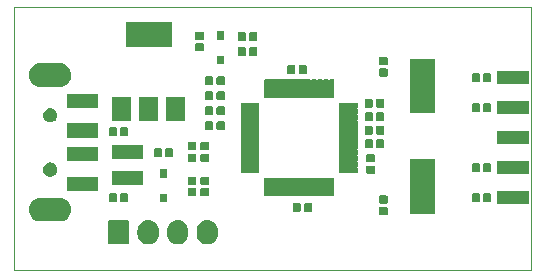
<source format=gbr>
G04 #@! TF.GenerationSoftware,KiCad,Pcbnew,(5.1.4)-1*
G04 #@! TF.CreationDate,2020-07-21T12:04:11+10:00*
G04 #@! TF.ProjectId,STLink2,53544c69-6e6b-4322-9e6b-696361645f70,rev?*
G04 #@! TF.SameCoordinates,Original*
G04 #@! TF.FileFunction,Soldermask,Top*
G04 #@! TF.FilePolarity,Negative*
%FSLAX46Y46*%
G04 Gerber Fmt 4.6, Leading zero omitted, Abs format (unit mm)*
G04 Created by KiCad (PCBNEW (5.1.4)-1) date 2020-07-21 12:04:11*
%MOMM*%
%LPD*%
G04 APERTURE LIST*
%ADD10C,0.100000*%
G04 #@! TA.AperFunction,NonConductor*
%ADD11C,0.150000*%
G04 #@! TD*
G04 APERTURE END LIST*
D10*
X43180000Y-41910000D02*
X43180000Y-42545000D01*
X43180000Y-46990000D02*
X43180000Y-41910000D01*
X86995000Y-46990000D02*
X43180000Y-46990000D01*
X86995000Y-24765000D02*
X86995000Y-46990000D01*
X43180000Y-24765000D02*
X86995000Y-24765000D01*
X43180000Y-42545000D02*
X43180000Y-24765000D01*
D11*
G36*
X59746626Y-42802037D02*
G01*
X59916465Y-42853557D01*
X59916467Y-42853558D01*
X60072989Y-42937221D01*
X60210186Y-43049814D01*
X60293448Y-43151271D01*
X60322778Y-43187009D01*
X60406443Y-43343534D01*
X60457963Y-43513373D01*
X60471000Y-43645742D01*
X60471000Y-43984257D01*
X60457963Y-44116626D01*
X60406443Y-44286466D01*
X60322778Y-44442991D01*
X60293448Y-44478729D01*
X60210186Y-44580186D01*
X60115250Y-44658097D01*
X60072991Y-44692778D01*
X59916466Y-44776443D01*
X59746627Y-44827963D01*
X59570000Y-44845359D01*
X59393374Y-44827963D01*
X59223535Y-44776443D01*
X59067010Y-44692778D01*
X58929815Y-44580185D01*
X58817222Y-44442991D01*
X58733557Y-44286466D01*
X58682037Y-44116627D01*
X58669000Y-43984258D01*
X58669000Y-43645743D01*
X58682037Y-43513374D01*
X58733557Y-43343535D01*
X58817222Y-43187010D01*
X58817223Y-43187009D01*
X58929814Y-43049814D01*
X59031271Y-42966552D01*
X59067009Y-42937222D01*
X59223534Y-42853557D01*
X59393373Y-42802037D01*
X59570000Y-42784641D01*
X59746626Y-42802037D01*
X59746626Y-42802037D01*
G37*
G36*
X57246626Y-42802037D02*
G01*
X57416465Y-42853557D01*
X57416467Y-42853558D01*
X57572989Y-42937221D01*
X57710186Y-43049814D01*
X57793448Y-43151271D01*
X57822778Y-43187009D01*
X57906443Y-43343534D01*
X57957963Y-43513373D01*
X57971000Y-43645742D01*
X57971000Y-43984257D01*
X57957963Y-44116626D01*
X57906443Y-44286466D01*
X57822778Y-44442991D01*
X57793448Y-44478729D01*
X57710186Y-44580186D01*
X57615250Y-44658097D01*
X57572991Y-44692778D01*
X57416466Y-44776443D01*
X57246627Y-44827963D01*
X57070000Y-44845359D01*
X56893374Y-44827963D01*
X56723535Y-44776443D01*
X56567010Y-44692778D01*
X56429815Y-44580185D01*
X56317222Y-44442991D01*
X56233557Y-44286466D01*
X56182037Y-44116627D01*
X56169000Y-43984258D01*
X56169000Y-43645743D01*
X56182037Y-43513374D01*
X56233557Y-43343535D01*
X56317222Y-43187010D01*
X56317223Y-43187009D01*
X56429814Y-43049814D01*
X56531271Y-42966552D01*
X56567009Y-42937222D01*
X56723534Y-42853557D01*
X56893373Y-42802037D01*
X57070000Y-42784641D01*
X57246626Y-42802037D01*
X57246626Y-42802037D01*
G37*
G36*
X54746626Y-42802037D02*
G01*
X54916465Y-42853557D01*
X54916467Y-42853558D01*
X55072989Y-42937221D01*
X55210186Y-43049814D01*
X55293448Y-43151271D01*
X55322778Y-43187009D01*
X55406443Y-43343534D01*
X55457963Y-43513373D01*
X55471000Y-43645742D01*
X55471000Y-43984257D01*
X55457963Y-44116626D01*
X55406443Y-44286466D01*
X55322778Y-44442991D01*
X55293448Y-44478729D01*
X55210186Y-44580186D01*
X55115250Y-44658097D01*
X55072991Y-44692778D01*
X54916466Y-44776443D01*
X54746627Y-44827963D01*
X54570000Y-44845359D01*
X54393374Y-44827963D01*
X54223535Y-44776443D01*
X54067010Y-44692778D01*
X53929815Y-44580185D01*
X53817222Y-44442991D01*
X53733557Y-44286466D01*
X53682037Y-44116627D01*
X53669000Y-43984258D01*
X53669000Y-43645743D01*
X53682037Y-43513374D01*
X53733557Y-43343535D01*
X53817222Y-43187010D01*
X53817223Y-43187009D01*
X53929814Y-43049814D01*
X54031271Y-42966552D01*
X54067009Y-42937222D01*
X54223534Y-42853557D01*
X54393373Y-42802037D01*
X54570000Y-42784641D01*
X54746626Y-42802037D01*
X54746626Y-42802037D01*
G37*
G36*
X52828600Y-42792989D02*
G01*
X52861652Y-42803015D01*
X52892103Y-42819292D01*
X52918799Y-42841201D01*
X52940708Y-42867897D01*
X52956985Y-42898348D01*
X52967011Y-42931400D01*
X52971000Y-42971903D01*
X52971000Y-44658097D01*
X52967011Y-44698600D01*
X52956985Y-44731652D01*
X52940708Y-44762103D01*
X52918799Y-44788799D01*
X52892103Y-44810708D01*
X52861652Y-44826985D01*
X52828600Y-44837011D01*
X52788097Y-44841000D01*
X51351903Y-44841000D01*
X51311400Y-44837011D01*
X51278348Y-44826985D01*
X51247897Y-44810708D01*
X51221201Y-44788799D01*
X51199292Y-44762103D01*
X51183015Y-44731652D01*
X51172989Y-44698600D01*
X51169000Y-44658097D01*
X51169000Y-42971903D01*
X51172989Y-42931400D01*
X51183015Y-42898348D01*
X51199292Y-42867897D01*
X51221201Y-42841201D01*
X51247897Y-42819292D01*
X51278348Y-42803015D01*
X51311400Y-42792989D01*
X51351903Y-42789000D01*
X52788097Y-42789000D01*
X52828600Y-42792989D01*
X52828600Y-42792989D01*
G37*
G36*
X47266228Y-40908483D02*
G01*
X47454922Y-40965723D01*
X47628815Y-41058671D01*
X47781239Y-41183761D01*
X47906329Y-41336185D01*
X47999277Y-41510078D01*
X48056517Y-41698772D01*
X48075843Y-41895000D01*
X48056517Y-42091228D01*
X47999277Y-42279922D01*
X47906329Y-42453815D01*
X47781239Y-42606239D01*
X47628815Y-42731329D01*
X47454922Y-42824277D01*
X47266228Y-42881517D01*
X47119175Y-42896000D01*
X45420825Y-42896000D01*
X45273772Y-42881517D01*
X45085078Y-42824277D01*
X44911185Y-42731329D01*
X44758761Y-42606239D01*
X44633671Y-42453815D01*
X44540723Y-42279922D01*
X44483483Y-42091228D01*
X44464157Y-41895000D01*
X44483483Y-41698772D01*
X44540723Y-41510078D01*
X44633671Y-41336185D01*
X44758761Y-41183761D01*
X44911185Y-41058671D01*
X45085078Y-40965723D01*
X45273772Y-40908483D01*
X45420825Y-40894000D01*
X47119175Y-40894000D01*
X47266228Y-40908483D01*
X47266228Y-40908483D01*
G37*
G36*
X74767438Y-41670716D02*
G01*
X74788057Y-41676971D01*
X74807053Y-41687124D01*
X74823708Y-41700792D01*
X74837376Y-41717447D01*
X74847529Y-41736443D01*
X74853784Y-41757062D01*
X74856500Y-41784640D01*
X74856500Y-42243360D01*
X74853784Y-42270938D01*
X74847529Y-42291557D01*
X74837376Y-42310553D01*
X74823708Y-42327208D01*
X74807053Y-42340876D01*
X74788057Y-42351029D01*
X74767438Y-42357284D01*
X74739860Y-42360000D01*
X74231140Y-42360000D01*
X74203562Y-42357284D01*
X74182943Y-42351029D01*
X74163947Y-42340876D01*
X74147292Y-42327208D01*
X74133624Y-42310553D01*
X74123471Y-42291557D01*
X74117216Y-42270938D01*
X74114500Y-42243360D01*
X74114500Y-41784640D01*
X74117216Y-41757062D01*
X74123471Y-41736443D01*
X74133624Y-41717447D01*
X74147292Y-41700792D01*
X74163947Y-41687124D01*
X74182943Y-41676971D01*
X74203562Y-41670716D01*
X74231140Y-41668000D01*
X74739860Y-41668000D01*
X74767438Y-41670716D01*
X74767438Y-41670716D01*
G37*
G36*
X78838500Y-42238000D02*
G01*
X76736500Y-42238000D01*
X76736500Y-37636000D01*
X78838500Y-37636000D01*
X78838500Y-42238000D01*
X78838500Y-42238000D01*
G37*
G36*
X68369438Y-41351216D02*
G01*
X68390057Y-41357471D01*
X68409053Y-41367624D01*
X68425708Y-41381292D01*
X68439376Y-41397947D01*
X68449529Y-41416943D01*
X68455784Y-41437562D01*
X68458500Y-41465140D01*
X68458500Y-41973860D01*
X68455784Y-42001438D01*
X68449529Y-42022057D01*
X68439376Y-42041053D01*
X68425708Y-42057708D01*
X68409053Y-42071376D01*
X68390057Y-42081529D01*
X68369438Y-42087784D01*
X68341860Y-42090500D01*
X67883140Y-42090500D01*
X67855562Y-42087784D01*
X67834943Y-42081529D01*
X67815947Y-42071376D01*
X67799292Y-42057708D01*
X67785624Y-42041053D01*
X67775471Y-42022057D01*
X67769216Y-42001438D01*
X67766500Y-41973860D01*
X67766500Y-41465140D01*
X67769216Y-41437562D01*
X67775471Y-41416943D01*
X67785624Y-41397947D01*
X67799292Y-41381292D01*
X67815947Y-41367624D01*
X67834943Y-41357471D01*
X67855562Y-41351216D01*
X67883140Y-41348500D01*
X68341860Y-41348500D01*
X68369438Y-41351216D01*
X68369438Y-41351216D01*
G37*
G36*
X67399438Y-41351216D02*
G01*
X67420057Y-41357471D01*
X67439053Y-41367624D01*
X67455708Y-41381292D01*
X67469376Y-41397947D01*
X67479529Y-41416943D01*
X67485784Y-41437562D01*
X67488500Y-41465140D01*
X67488500Y-41973860D01*
X67485784Y-42001438D01*
X67479529Y-42022057D01*
X67469376Y-42041053D01*
X67455708Y-42057708D01*
X67439053Y-42071376D01*
X67420057Y-42081529D01*
X67399438Y-42087784D01*
X67371860Y-42090500D01*
X66913140Y-42090500D01*
X66885562Y-42087784D01*
X66864943Y-42081529D01*
X66845947Y-42071376D01*
X66829292Y-42057708D01*
X66815624Y-42041053D01*
X66805471Y-42022057D01*
X66799216Y-42001438D01*
X66796500Y-41973860D01*
X66796500Y-41465140D01*
X66799216Y-41437562D01*
X66805471Y-41416943D01*
X66815624Y-41397947D01*
X66829292Y-41381292D01*
X66845947Y-41367624D01*
X66864943Y-41357471D01*
X66885562Y-41351216D01*
X66913140Y-41348500D01*
X67371860Y-41348500D01*
X67399438Y-41351216D01*
X67399438Y-41351216D01*
G37*
G36*
X86792000Y-41445000D02*
G01*
X84150000Y-41445000D01*
X84150000Y-40343000D01*
X86792000Y-40343000D01*
X86792000Y-41445000D01*
X86792000Y-41445000D01*
G37*
G36*
X74767438Y-40700716D02*
G01*
X74788057Y-40706971D01*
X74807053Y-40717124D01*
X74823708Y-40730792D01*
X74837376Y-40747447D01*
X74847529Y-40766443D01*
X74853784Y-40787062D01*
X74856500Y-40814640D01*
X74856500Y-41273360D01*
X74853784Y-41300938D01*
X74847529Y-41321557D01*
X74837376Y-41340553D01*
X74823708Y-41357208D01*
X74807053Y-41370876D01*
X74788057Y-41381029D01*
X74767438Y-41387284D01*
X74739860Y-41390000D01*
X74231140Y-41390000D01*
X74203562Y-41387284D01*
X74182943Y-41381029D01*
X74163947Y-41370876D01*
X74147292Y-41357208D01*
X74133624Y-41340553D01*
X74123471Y-41321557D01*
X74117216Y-41300938D01*
X74114500Y-41273360D01*
X74114500Y-40814640D01*
X74117216Y-40787062D01*
X74123471Y-40766443D01*
X74133624Y-40747447D01*
X74147292Y-40730792D01*
X74163947Y-40717124D01*
X74182943Y-40706971D01*
X74203562Y-40700716D01*
X74231140Y-40698000D01*
X74739860Y-40698000D01*
X74767438Y-40700716D01*
X74767438Y-40700716D01*
G37*
G36*
X56156000Y-41279000D02*
G01*
X55604000Y-41279000D01*
X55604000Y-40577000D01*
X56156000Y-40577000D01*
X56156000Y-41279000D01*
X56156000Y-41279000D01*
G37*
G36*
X82575938Y-40525716D02*
G01*
X82596557Y-40531971D01*
X82615553Y-40542124D01*
X82632208Y-40555792D01*
X82645876Y-40572447D01*
X82656029Y-40591443D01*
X82662284Y-40612062D01*
X82665000Y-40639640D01*
X82665000Y-41148360D01*
X82662284Y-41175938D01*
X82656029Y-41196557D01*
X82645876Y-41215553D01*
X82632208Y-41232208D01*
X82615553Y-41245876D01*
X82596557Y-41256029D01*
X82575938Y-41262284D01*
X82548360Y-41265000D01*
X82089640Y-41265000D01*
X82062062Y-41262284D01*
X82041443Y-41256029D01*
X82022447Y-41245876D01*
X82005792Y-41232208D01*
X81992124Y-41215553D01*
X81981971Y-41196557D01*
X81975716Y-41175938D01*
X81973000Y-41148360D01*
X81973000Y-40639640D01*
X81975716Y-40612062D01*
X81981971Y-40591443D01*
X81992124Y-40572447D01*
X82005792Y-40555792D01*
X82022447Y-40542124D01*
X82041443Y-40531971D01*
X82062062Y-40525716D01*
X82089640Y-40523000D01*
X82548360Y-40523000D01*
X82575938Y-40525716D01*
X82575938Y-40525716D01*
G37*
G36*
X51841938Y-40525716D02*
G01*
X51862557Y-40531971D01*
X51881553Y-40542124D01*
X51898208Y-40555792D01*
X51911876Y-40572447D01*
X51922029Y-40591443D01*
X51928284Y-40612062D01*
X51931000Y-40639640D01*
X51931000Y-41148360D01*
X51928284Y-41175938D01*
X51922029Y-41196557D01*
X51911876Y-41215553D01*
X51898208Y-41232208D01*
X51881553Y-41245876D01*
X51862557Y-41256029D01*
X51841938Y-41262284D01*
X51814360Y-41265000D01*
X51355640Y-41265000D01*
X51328062Y-41262284D01*
X51307443Y-41256029D01*
X51288447Y-41245876D01*
X51271792Y-41232208D01*
X51258124Y-41215553D01*
X51247971Y-41196557D01*
X51241716Y-41175938D01*
X51239000Y-41148360D01*
X51239000Y-40639640D01*
X51241716Y-40612062D01*
X51247971Y-40591443D01*
X51258124Y-40572447D01*
X51271792Y-40555792D01*
X51288447Y-40542124D01*
X51307443Y-40531971D01*
X51328062Y-40525716D01*
X51355640Y-40523000D01*
X51814360Y-40523000D01*
X51841938Y-40525716D01*
X51841938Y-40525716D01*
G37*
G36*
X52811938Y-40525716D02*
G01*
X52832557Y-40531971D01*
X52851553Y-40542124D01*
X52868208Y-40555792D01*
X52881876Y-40572447D01*
X52892029Y-40591443D01*
X52898284Y-40612062D01*
X52901000Y-40639640D01*
X52901000Y-41148360D01*
X52898284Y-41175938D01*
X52892029Y-41196557D01*
X52881876Y-41215553D01*
X52868208Y-41232208D01*
X52851553Y-41245876D01*
X52832557Y-41256029D01*
X52811938Y-41262284D01*
X52784360Y-41265000D01*
X52325640Y-41265000D01*
X52298062Y-41262284D01*
X52277443Y-41256029D01*
X52258447Y-41245876D01*
X52241792Y-41232208D01*
X52228124Y-41215553D01*
X52217971Y-41196557D01*
X52211716Y-41175938D01*
X52209000Y-41148360D01*
X52209000Y-40639640D01*
X52211716Y-40612062D01*
X52217971Y-40591443D01*
X52228124Y-40572447D01*
X52241792Y-40555792D01*
X52258447Y-40542124D01*
X52277443Y-40531971D01*
X52298062Y-40525716D01*
X52325640Y-40523000D01*
X52784360Y-40523000D01*
X52811938Y-40525716D01*
X52811938Y-40525716D01*
G37*
G36*
X83545938Y-40525716D02*
G01*
X83566557Y-40531971D01*
X83585553Y-40542124D01*
X83602208Y-40555792D01*
X83615876Y-40572447D01*
X83626029Y-40591443D01*
X83632284Y-40612062D01*
X83635000Y-40639640D01*
X83635000Y-41148360D01*
X83632284Y-41175938D01*
X83626029Y-41196557D01*
X83615876Y-41215553D01*
X83602208Y-41232208D01*
X83585553Y-41245876D01*
X83566557Y-41256029D01*
X83545938Y-41262284D01*
X83518360Y-41265000D01*
X83059640Y-41265000D01*
X83032062Y-41262284D01*
X83011443Y-41256029D01*
X82992447Y-41245876D01*
X82975792Y-41232208D01*
X82962124Y-41215553D01*
X82951971Y-41196557D01*
X82945716Y-41175938D01*
X82943000Y-41148360D01*
X82943000Y-40639640D01*
X82945716Y-40612062D01*
X82951971Y-40591443D01*
X82962124Y-40572447D01*
X82975792Y-40555792D01*
X82992447Y-40542124D01*
X83011443Y-40531971D01*
X83032062Y-40525716D01*
X83059640Y-40523000D01*
X83518360Y-40523000D01*
X83545938Y-40525716D01*
X83545938Y-40525716D01*
G37*
G36*
X58574938Y-40083216D02*
G01*
X58595557Y-40089471D01*
X58614553Y-40099624D01*
X58631208Y-40113292D01*
X58644876Y-40129947D01*
X58655029Y-40148943D01*
X58661284Y-40169562D01*
X58664000Y-40197140D01*
X58664000Y-40655860D01*
X58661284Y-40683438D01*
X58655029Y-40704057D01*
X58644876Y-40723053D01*
X58631208Y-40739708D01*
X58614553Y-40753376D01*
X58595557Y-40763529D01*
X58574938Y-40769784D01*
X58547360Y-40772500D01*
X58038640Y-40772500D01*
X58011062Y-40769784D01*
X57990443Y-40763529D01*
X57971447Y-40753376D01*
X57954792Y-40739708D01*
X57941124Y-40723053D01*
X57930971Y-40704057D01*
X57924716Y-40683438D01*
X57922000Y-40655860D01*
X57922000Y-40197140D01*
X57924716Y-40169562D01*
X57930971Y-40148943D01*
X57941124Y-40129947D01*
X57954792Y-40113292D01*
X57971447Y-40099624D01*
X57990443Y-40089471D01*
X58011062Y-40083216D01*
X58038640Y-40080500D01*
X58547360Y-40080500D01*
X58574938Y-40083216D01*
X58574938Y-40083216D01*
G37*
G36*
X59654438Y-40083216D02*
G01*
X59675057Y-40089471D01*
X59694053Y-40099624D01*
X59710708Y-40113292D01*
X59724376Y-40129947D01*
X59734529Y-40148943D01*
X59740784Y-40169562D01*
X59743500Y-40197140D01*
X59743500Y-40655860D01*
X59740784Y-40683438D01*
X59734529Y-40704057D01*
X59724376Y-40723053D01*
X59710708Y-40739708D01*
X59694053Y-40753376D01*
X59675057Y-40763529D01*
X59654438Y-40769784D01*
X59626860Y-40772500D01*
X59118140Y-40772500D01*
X59090562Y-40769784D01*
X59069943Y-40763529D01*
X59050947Y-40753376D01*
X59034292Y-40739708D01*
X59020624Y-40723053D01*
X59010471Y-40704057D01*
X59004216Y-40683438D01*
X59001500Y-40655860D01*
X59001500Y-40197140D01*
X59004216Y-40169562D01*
X59010471Y-40148943D01*
X59020624Y-40129947D01*
X59034292Y-40113292D01*
X59050947Y-40099624D01*
X59069943Y-40089471D01*
X59090562Y-40083216D01*
X59118140Y-40080500D01*
X59626860Y-40080500D01*
X59654438Y-40083216D01*
X59654438Y-40083216D01*
G37*
G36*
X64793795Y-39189323D02*
G01*
X64800809Y-39191451D01*
X64814577Y-39198810D01*
X64837216Y-39208187D01*
X64861249Y-39212967D01*
X64885753Y-39212967D01*
X64909786Y-39208186D01*
X64932423Y-39198810D01*
X64946191Y-39191451D01*
X64953205Y-39189323D01*
X64966640Y-39188000D01*
X65280360Y-39188000D01*
X65293795Y-39189323D01*
X65300809Y-39191451D01*
X65314577Y-39198810D01*
X65337216Y-39208187D01*
X65361249Y-39212967D01*
X65385753Y-39212967D01*
X65409786Y-39208186D01*
X65432423Y-39198810D01*
X65446191Y-39191451D01*
X65453205Y-39189323D01*
X65466640Y-39188000D01*
X65780360Y-39188000D01*
X65793795Y-39189323D01*
X65800809Y-39191451D01*
X65814577Y-39198810D01*
X65837216Y-39208187D01*
X65861249Y-39212967D01*
X65885753Y-39212967D01*
X65909786Y-39208186D01*
X65932423Y-39198810D01*
X65946191Y-39191451D01*
X65953205Y-39189323D01*
X65966640Y-39188000D01*
X66280360Y-39188000D01*
X66293795Y-39189323D01*
X66300809Y-39191451D01*
X66314577Y-39198810D01*
X66337216Y-39208187D01*
X66361249Y-39212967D01*
X66385753Y-39212967D01*
X66409786Y-39208186D01*
X66432423Y-39198810D01*
X66446191Y-39191451D01*
X66453205Y-39189323D01*
X66466640Y-39188000D01*
X66780360Y-39188000D01*
X66793795Y-39189323D01*
X66800809Y-39191451D01*
X66814577Y-39198810D01*
X66837216Y-39208187D01*
X66861249Y-39212967D01*
X66885753Y-39212967D01*
X66909786Y-39208186D01*
X66932423Y-39198810D01*
X66946191Y-39191451D01*
X66953205Y-39189323D01*
X66966640Y-39188000D01*
X67280360Y-39188000D01*
X67293795Y-39189323D01*
X67300809Y-39191451D01*
X67314577Y-39198810D01*
X67337216Y-39208187D01*
X67361249Y-39212967D01*
X67385753Y-39212967D01*
X67409786Y-39208186D01*
X67432423Y-39198810D01*
X67446191Y-39191451D01*
X67453205Y-39189323D01*
X67466640Y-39188000D01*
X67780360Y-39188000D01*
X67793795Y-39189323D01*
X67800809Y-39191451D01*
X67814577Y-39198810D01*
X67837216Y-39208187D01*
X67861249Y-39212967D01*
X67885753Y-39212967D01*
X67909786Y-39208186D01*
X67932423Y-39198810D01*
X67946191Y-39191451D01*
X67953205Y-39189323D01*
X67966640Y-39188000D01*
X68280360Y-39188000D01*
X68293795Y-39189323D01*
X68300809Y-39191451D01*
X68314577Y-39198810D01*
X68337216Y-39208187D01*
X68361249Y-39212967D01*
X68385753Y-39212967D01*
X68409786Y-39208186D01*
X68432423Y-39198810D01*
X68446191Y-39191451D01*
X68453205Y-39189323D01*
X68466640Y-39188000D01*
X68780360Y-39188000D01*
X68793795Y-39189323D01*
X68800809Y-39191451D01*
X68814577Y-39198810D01*
X68837216Y-39208187D01*
X68861249Y-39212967D01*
X68885753Y-39212967D01*
X68909786Y-39208186D01*
X68932423Y-39198810D01*
X68946191Y-39191451D01*
X68953205Y-39189323D01*
X68966640Y-39188000D01*
X69280360Y-39188000D01*
X69293795Y-39189323D01*
X69300809Y-39191451D01*
X69314577Y-39198810D01*
X69337216Y-39208187D01*
X69361249Y-39212967D01*
X69385753Y-39212967D01*
X69409786Y-39208186D01*
X69432423Y-39198810D01*
X69446191Y-39191451D01*
X69453205Y-39189323D01*
X69466640Y-39188000D01*
X69780360Y-39188000D01*
X69793795Y-39189323D01*
X69800809Y-39191451D01*
X69814577Y-39198810D01*
X69837216Y-39208187D01*
X69861249Y-39212967D01*
X69885753Y-39212967D01*
X69909786Y-39208186D01*
X69932423Y-39198810D01*
X69946191Y-39191451D01*
X69953205Y-39189323D01*
X69966640Y-39188000D01*
X70280360Y-39188000D01*
X70293795Y-39189323D01*
X70300810Y-39191451D01*
X70307276Y-39194908D01*
X70312942Y-39199558D01*
X70317592Y-39205224D01*
X70321049Y-39211690D01*
X70323177Y-39218705D01*
X70324500Y-39232140D01*
X70324500Y-40720860D01*
X70323177Y-40734295D01*
X70321049Y-40741310D01*
X70317592Y-40747776D01*
X70312942Y-40753442D01*
X70307276Y-40758092D01*
X70300810Y-40761549D01*
X70293795Y-40763677D01*
X70280360Y-40765000D01*
X69966640Y-40765000D01*
X69953205Y-40763677D01*
X69946191Y-40761549D01*
X69932423Y-40754190D01*
X69909784Y-40744813D01*
X69885751Y-40740033D01*
X69861247Y-40740033D01*
X69837214Y-40744814D01*
X69814577Y-40754190D01*
X69800809Y-40761549D01*
X69793795Y-40763677D01*
X69780360Y-40765000D01*
X69466640Y-40765000D01*
X69453205Y-40763677D01*
X69446191Y-40761549D01*
X69432423Y-40754190D01*
X69409784Y-40744813D01*
X69385751Y-40740033D01*
X69361247Y-40740033D01*
X69337214Y-40744814D01*
X69314577Y-40754190D01*
X69300809Y-40761549D01*
X69293795Y-40763677D01*
X69280360Y-40765000D01*
X68966640Y-40765000D01*
X68953205Y-40763677D01*
X68946191Y-40761549D01*
X68932423Y-40754190D01*
X68909784Y-40744813D01*
X68885751Y-40740033D01*
X68861247Y-40740033D01*
X68837214Y-40744814D01*
X68814577Y-40754190D01*
X68800809Y-40761549D01*
X68793795Y-40763677D01*
X68780360Y-40765000D01*
X68466640Y-40765000D01*
X68453205Y-40763677D01*
X68446191Y-40761549D01*
X68432423Y-40754190D01*
X68409784Y-40744813D01*
X68385751Y-40740033D01*
X68361247Y-40740033D01*
X68337214Y-40744814D01*
X68314577Y-40754190D01*
X68300809Y-40761549D01*
X68293795Y-40763677D01*
X68280360Y-40765000D01*
X67966640Y-40765000D01*
X67953205Y-40763677D01*
X67946191Y-40761549D01*
X67932423Y-40754190D01*
X67909784Y-40744813D01*
X67885751Y-40740033D01*
X67861247Y-40740033D01*
X67837214Y-40744814D01*
X67814577Y-40754190D01*
X67800809Y-40761549D01*
X67793795Y-40763677D01*
X67780360Y-40765000D01*
X67466640Y-40765000D01*
X67453205Y-40763677D01*
X67446191Y-40761549D01*
X67432423Y-40754190D01*
X67409784Y-40744813D01*
X67385751Y-40740033D01*
X67361247Y-40740033D01*
X67337214Y-40744814D01*
X67314577Y-40754190D01*
X67300809Y-40761549D01*
X67293795Y-40763677D01*
X67280360Y-40765000D01*
X66966640Y-40765000D01*
X66953205Y-40763677D01*
X66946191Y-40761549D01*
X66932423Y-40754190D01*
X66909784Y-40744813D01*
X66885751Y-40740033D01*
X66861247Y-40740033D01*
X66837214Y-40744814D01*
X66814577Y-40754190D01*
X66800809Y-40761549D01*
X66793795Y-40763677D01*
X66780360Y-40765000D01*
X66466640Y-40765000D01*
X66453205Y-40763677D01*
X66446191Y-40761549D01*
X66432423Y-40754190D01*
X66409784Y-40744813D01*
X66385751Y-40740033D01*
X66361247Y-40740033D01*
X66337214Y-40744814D01*
X66314577Y-40754190D01*
X66300809Y-40761549D01*
X66293795Y-40763677D01*
X66280360Y-40765000D01*
X65966640Y-40765000D01*
X65953205Y-40763677D01*
X65946191Y-40761549D01*
X65932423Y-40754190D01*
X65909784Y-40744813D01*
X65885751Y-40740033D01*
X65861247Y-40740033D01*
X65837214Y-40744814D01*
X65814577Y-40754190D01*
X65800809Y-40761549D01*
X65793795Y-40763677D01*
X65780360Y-40765000D01*
X65466640Y-40765000D01*
X65453205Y-40763677D01*
X65446191Y-40761549D01*
X65432423Y-40754190D01*
X65409784Y-40744813D01*
X65385751Y-40740033D01*
X65361247Y-40740033D01*
X65337214Y-40744814D01*
X65314577Y-40754190D01*
X65300809Y-40761549D01*
X65293795Y-40763677D01*
X65280360Y-40765000D01*
X64966640Y-40765000D01*
X64953205Y-40763677D01*
X64946191Y-40761549D01*
X64932423Y-40754190D01*
X64909784Y-40744813D01*
X64885751Y-40740033D01*
X64861247Y-40740033D01*
X64837214Y-40744814D01*
X64814577Y-40754190D01*
X64800809Y-40761549D01*
X64793795Y-40763677D01*
X64780360Y-40765000D01*
X64466640Y-40765000D01*
X64453205Y-40763677D01*
X64446190Y-40761549D01*
X64439724Y-40758092D01*
X64434058Y-40753442D01*
X64429408Y-40747776D01*
X64425951Y-40741310D01*
X64423823Y-40734295D01*
X64422500Y-40720860D01*
X64422500Y-39232140D01*
X64423823Y-39218705D01*
X64425951Y-39211690D01*
X64429408Y-39205224D01*
X64434058Y-39199558D01*
X64439724Y-39194908D01*
X64446190Y-39191451D01*
X64453205Y-39189323D01*
X64466640Y-39188000D01*
X64780360Y-39188000D01*
X64793795Y-39189323D01*
X64793795Y-39189323D01*
G37*
G36*
X50321000Y-40296000D02*
G01*
X47719000Y-40296000D01*
X47719000Y-39094000D01*
X50321000Y-39094000D01*
X50321000Y-40296000D01*
X50321000Y-40296000D01*
G37*
G36*
X58574938Y-39113216D02*
G01*
X58595557Y-39119471D01*
X58614553Y-39129624D01*
X58631208Y-39143292D01*
X58644876Y-39159947D01*
X58655029Y-39178943D01*
X58661284Y-39199562D01*
X58664000Y-39227140D01*
X58664000Y-39685860D01*
X58661284Y-39713438D01*
X58655029Y-39734057D01*
X58644876Y-39753053D01*
X58631208Y-39769708D01*
X58614553Y-39783376D01*
X58595557Y-39793529D01*
X58574938Y-39799784D01*
X58547360Y-39802500D01*
X58038640Y-39802500D01*
X58011062Y-39799784D01*
X57990443Y-39793529D01*
X57971447Y-39783376D01*
X57954792Y-39769708D01*
X57941124Y-39753053D01*
X57930971Y-39734057D01*
X57924716Y-39713438D01*
X57922000Y-39685860D01*
X57922000Y-39227140D01*
X57924716Y-39199562D01*
X57930971Y-39178943D01*
X57941124Y-39159947D01*
X57954792Y-39143292D01*
X57971447Y-39129624D01*
X57990443Y-39119471D01*
X58011062Y-39113216D01*
X58038640Y-39110500D01*
X58547360Y-39110500D01*
X58574938Y-39113216D01*
X58574938Y-39113216D01*
G37*
G36*
X59654438Y-39113216D02*
G01*
X59675057Y-39119471D01*
X59694053Y-39129624D01*
X59710708Y-39143292D01*
X59724376Y-39159947D01*
X59734529Y-39178943D01*
X59740784Y-39199562D01*
X59743500Y-39227140D01*
X59743500Y-39685860D01*
X59740784Y-39713438D01*
X59734529Y-39734057D01*
X59724376Y-39753053D01*
X59710708Y-39769708D01*
X59694053Y-39783376D01*
X59675057Y-39793529D01*
X59654438Y-39799784D01*
X59626860Y-39802500D01*
X59118140Y-39802500D01*
X59090562Y-39799784D01*
X59069943Y-39793529D01*
X59050947Y-39783376D01*
X59034292Y-39769708D01*
X59020624Y-39753053D01*
X59010471Y-39734057D01*
X59004216Y-39713438D01*
X59001500Y-39685860D01*
X59001500Y-39227140D01*
X59004216Y-39199562D01*
X59010471Y-39178943D01*
X59020624Y-39159947D01*
X59034292Y-39143292D01*
X59050947Y-39129624D01*
X59069943Y-39119471D01*
X59090562Y-39113216D01*
X59118140Y-39110500D01*
X59626860Y-39110500D01*
X59654438Y-39113216D01*
X59654438Y-39113216D01*
G37*
G36*
X54158000Y-39781000D02*
G01*
X51506000Y-39781000D01*
X51506000Y-38619000D01*
X54158000Y-38619000D01*
X54158000Y-39781000D01*
X54158000Y-39781000D01*
G37*
G36*
X56156000Y-39179000D02*
G01*
X55604000Y-39179000D01*
X55604000Y-38477000D01*
X56156000Y-38477000D01*
X56156000Y-39179000D01*
X56156000Y-39179000D01*
G37*
G36*
X46395253Y-37907140D02*
G01*
X46445305Y-37917096D01*
X46464483Y-37925040D01*
X46554680Y-37962400D01*
X46653115Y-38028173D01*
X46736827Y-38111885D01*
X46802600Y-38210320D01*
X46830515Y-38277714D01*
X46847904Y-38319695D01*
X46853989Y-38350286D01*
X46871000Y-38435805D01*
X46871000Y-38554195D01*
X46847904Y-38670304D01*
X46802600Y-38779680D01*
X46736827Y-38878115D01*
X46653115Y-38961827D01*
X46554680Y-39027600D01*
X46477340Y-39059635D01*
X46445305Y-39072904D01*
X46406601Y-39080603D01*
X46329195Y-39096000D01*
X46210805Y-39096000D01*
X46133399Y-39080603D01*
X46094695Y-39072904D01*
X46062660Y-39059635D01*
X45985320Y-39027600D01*
X45886885Y-38961827D01*
X45803173Y-38878115D01*
X45737400Y-38779680D01*
X45692096Y-38670304D01*
X45669000Y-38554195D01*
X45669000Y-38435805D01*
X45686011Y-38350286D01*
X45692096Y-38319695D01*
X45709485Y-38277714D01*
X45737400Y-38210320D01*
X45803173Y-38111885D01*
X45886885Y-38028173D01*
X45985320Y-37962400D01*
X46075517Y-37925040D01*
X46094695Y-37917096D01*
X46144747Y-37907140D01*
X46210805Y-37894000D01*
X46329195Y-37894000D01*
X46395253Y-37907140D01*
X46395253Y-37907140D01*
G37*
G36*
X86792000Y-38905000D02*
G01*
X84150000Y-38905000D01*
X84150000Y-37803000D01*
X86792000Y-37803000D01*
X86792000Y-38905000D01*
X86792000Y-38905000D01*
G37*
G36*
X73687938Y-38178216D02*
G01*
X73708557Y-38184471D01*
X73727553Y-38194624D01*
X73744208Y-38208292D01*
X73757876Y-38224947D01*
X73768029Y-38243943D01*
X73774284Y-38264562D01*
X73777000Y-38292140D01*
X73777000Y-38750860D01*
X73774284Y-38778438D01*
X73768029Y-38799057D01*
X73757876Y-38818053D01*
X73744208Y-38834708D01*
X73727553Y-38848376D01*
X73708557Y-38858529D01*
X73687938Y-38864784D01*
X73660360Y-38867500D01*
X73151640Y-38867500D01*
X73124062Y-38864784D01*
X73103443Y-38858529D01*
X73084447Y-38848376D01*
X73067792Y-38834708D01*
X73054124Y-38818053D01*
X73043971Y-38799057D01*
X73037716Y-38778438D01*
X73035000Y-38750860D01*
X73035000Y-38292140D01*
X73037716Y-38264562D01*
X73043971Y-38243943D01*
X73054124Y-38224947D01*
X73067792Y-38208292D01*
X73084447Y-38194624D01*
X73103443Y-38184471D01*
X73124062Y-38178216D01*
X73151640Y-38175500D01*
X73660360Y-38175500D01*
X73687938Y-38178216D01*
X73687938Y-38178216D01*
G37*
G36*
X63968795Y-32864323D02*
G01*
X63975810Y-32866451D01*
X63982276Y-32869908D01*
X63987942Y-32874558D01*
X63992592Y-32880224D01*
X63996049Y-32886690D01*
X63998177Y-32893705D01*
X63999500Y-32907140D01*
X63999500Y-33220860D01*
X63998177Y-33234295D01*
X63996049Y-33241309D01*
X63988690Y-33255077D01*
X63979313Y-33277716D01*
X63974533Y-33301749D01*
X63974533Y-33326253D01*
X63979314Y-33350286D01*
X63988690Y-33372923D01*
X63996049Y-33386691D01*
X63998177Y-33393705D01*
X63999500Y-33407140D01*
X63999500Y-33720860D01*
X63998177Y-33734295D01*
X63996049Y-33741309D01*
X63988690Y-33755077D01*
X63979313Y-33777716D01*
X63974533Y-33801749D01*
X63974533Y-33826253D01*
X63979314Y-33850286D01*
X63988690Y-33872923D01*
X63996049Y-33886691D01*
X63998177Y-33893705D01*
X63999500Y-33907140D01*
X63999500Y-34220860D01*
X63998177Y-34234295D01*
X63996049Y-34241309D01*
X63988690Y-34255077D01*
X63979313Y-34277716D01*
X63974533Y-34301749D01*
X63974533Y-34326253D01*
X63979314Y-34350286D01*
X63988690Y-34372923D01*
X63996049Y-34386691D01*
X63998177Y-34393705D01*
X63999500Y-34407140D01*
X63999500Y-34720860D01*
X63998177Y-34734295D01*
X63996049Y-34741309D01*
X63988690Y-34755077D01*
X63979313Y-34777716D01*
X63974533Y-34801749D01*
X63974533Y-34826253D01*
X63979314Y-34850286D01*
X63988690Y-34872923D01*
X63996049Y-34886691D01*
X63998177Y-34893705D01*
X63999500Y-34907140D01*
X63999500Y-35220860D01*
X63998177Y-35234295D01*
X63996049Y-35241309D01*
X63988690Y-35255077D01*
X63979313Y-35277716D01*
X63974533Y-35301749D01*
X63974533Y-35326253D01*
X63979314Y-35350286D01*
X63988690Y-35372923D01*
X63996049Y-35386691D01*
X63998177Y-35393705D01*
X63999500Y-35407140D01*
X63999500Y-35720860D01*
X63998177Y-35734295D01*
X63996049Y-35741309D01*
X63988690Y-35755077D01*
X63979313Y-35777716D01*
X63974533Y-35801749D01*
X63974533Y-35826253D01*
X63979314Y-35850286D01*
X63988690Y-35872923D01*
X63996049Y-35886691D01*
X63998177Y-35893705D01*
X63999500Y-35907140D01*
X63999500Y-36220860D01*
X63998177Y-36234295D01*
X63996049Y-36241309D01*
X63988690Y-36255077D01*
X63979313Y-36277716D01*
X63974533Y-36301749D01*
X63974533Y-36326253D01*
X63979314Y-36350286D01*
X63988690Y-36372923D01*
X63996049Y-36386691D01*
X63998177Y-36393705D01*
X63999500Y-36407140D01*
X63999500Y-36720860D01*
X63998177Y-36734295D01*
X63996049Y-36741309D01*
X63988690Y-36755077D01*
X63979313Y-36777716D01*
X63974533Y-36801749D01*
X63974533Y-36826253D01*
X63979314Y-36850286D01*
X63988690Y-36872923D01*
X63996049Y-36886691D01*
X63998177Y-36893705D01*
X63999500Y-36907140D01*
X63999500Y-37220860D01*
X63998177Y-37234295D01*
X63996049Y-37241309D01*
X63988690Y-37255077D01*
X63979313Y-37277716D01*
X63974533Y-37301749D01*
X63974533Y-37326253D01*
X63979314Y-37350286D01*
X63988690Y-37372923D01*
X63996049Y-37386691D01*
X63998177Y-37393705D01*
X63999500Y-37407140D01*
X63999500Y-37720860D01*
X63998177Y-37734295D01*
X63996049Y-37741309D01*
X63988690Y-37755077D01*
X63979313Y-37777716D01*
X63974533Y-37801749D01*
X63974533Y-37826253D01*
X63979314Y-37850286D01*
X63988690Y-37872923D01*
X63996049Y-37886691D01*
X63998177Y-37893705D01*
X63999500Y-37907140D01*
X63999500Y-38220860D01*
X63998177Y-38234295D01*
X63996049Y-38241309D01*
X63988690Y-38255077D01*
X63979313Y-38277716D01*
X63974533Y-38301749D01*
X63974533Y-38326253D01*
X63979314Y-38350286D01*
X63988690Y-38372923D01*
X63996049Y-38386691D01*
X63998177Y-38393705D01*
X63999500Y-38407140D01*
X63999500Y-38720860D01*
X63998177Y-38734295D01*
X63996049Y-38741310D01*
X63992592Y-38747776D01*
X63987942Y-38753442D01*
X63982276Y-38758092D01*
X63975810Y-38761549D01*
X63968795Y-38763677D01*
X63955360Y-38765000D01*
X62466640Y-38765000D01*
X62453205Y-38763677D01*
X62446190Y-38761549D01*
X62439724Y-38758092D01*
X62434058Y-38753442D01*
X62429408Y-38747776D01*
X62425951Y-38741310D01*
X62423823Y-38734295D01*
X62422500Y-38720860D01*
X62422500Y-38407140D01*
X62423823Y-38393705D01*
X62425951Y-38386691D01*
X62433310Y-38372923D01*
X62442687Y-38350284D01*
X62447467Y-38326251D01*
X62447467Y-38301747D01*
X62442686Y-38277714D01*
X62433310Y-38255077D01*
X62425951Y-38241309D01*
X62423823Y-38234295D01*
X62422500Y-38220860D01*
X62422500Y-37907140D01*
X62423823Y-37893705D01*
X62425951Y-37886691D01*
X62433310Y-37872923D01*
X62442687Y-37850284D01*
X62447467Y-37826251D01*
X62447467Y-37801747D01*
X62442686Y-37777714D01*
X62433310Y-37755077D01*
X62425951Y-37741309D01*
X62423823Y-37734295D01*
X62422500Y-37720860D01*
X62422500Y-37407140D01*
X62423823Y-37393705D01*
X62425951Y-37386691D01*
X62433310Y-37372923D01*
X62442687Y-37350284D01*
X62447467Y-37326251D01*
X62447467Y-37301747D01*
X62442686Y-37277714D01*
X62433310Y-37255077D01*
X62425951Y-37241309D01*
X62423823Y-37234295D01*
X62422500Y-37220860D01*
X62422500Y-36907140D01*
X62423823Y-36893705D01*
X62425951Y-36886691D01*
X62433310Y-36872923D01*
X62442687Y-36850284D01*
X62447467Y-36826251D01*
X62447467Y-36801747D01*
X62442686Y-36777714D01*
X62433310Y-36755077D01*
X62425951Y-36741309D01*
X62423823Y-36734295D01*
X62422500Y-36720860D01*
X62422500Y-36407140D01*
X62423823Y-36393705D01*
X62425951Y-36386691D01*
X62433310Y-36372923D01*
X62442687Y-36350284D01*
X62447467Y-36326251D01*
X62447467Y-36301747D01*
X62442686Y-36277714D01*
X62433310Y-36255077D01*
X62425951Y-36241309D01*
X62423823Y-36234295D01*
X62422500Y-36220860D01*
X62422500Y-35907140D01*
X62423823Y-35893705D01*
X62425951Y-35886691D01*
X62433310Y-35872923D01*
X62442687Y-35850284D01*
X62447467Y-35826251D01*
X62447467Y-35801747D01*
X62442686Y-35777714D01*
X62433310Y-35755077D01*
X62425951Y-35741309D01*
X62423823Y-35734295D01*
X62422500Y-35720860D01*
X62422500Y-35407140D01*
X62423823Y-35393705D01*
X62425951Y-35386691D01*
X62433310Y-35372923D01*
X62442687Y-35350284D01*
X62447467Y-35326251D01*
X62447467Y-35301747D01*
X62442686Y-35277714D01*
X62433310Y-35255077D01*
X62425951Y-35241309D01*
X62423823Y-35234295D01*
X62422500Y-35220860D01*
X62422500Y-34907140D01*
X62423823Y-34893705D01*
X62425951Y-34886691D01*
X62433310Y-34872923D01*
X62442687Y-34850284D01*
X62447467Y-34826251D01*
X62447467Y-34801747D01*
X62442686Y-34777714D01*
X62433310Y-34755077D01*
X62425951Y-34741309D01*
X62423823Y-34734295D01*
X62422500Y-34720860D01*
X62422500Y-34407140D01*
X62423823Y-34393705D01*
X62425951Y-34386691D01*
X62433310Y-34372923D01*
X62442687Y-34350284D01*
X62447467Y-34326251D01*
X62447467Y-34301747D01*
X62442686Y-34277714D01*
X62433310Y-34255077D01*
X62425951Y-34241309D01*
X62423823Y-34234295D01*
X62422500Y-34220860D01*
X62422500Y-33907140D01*
X62423823Y-33893705D01*
X62425951Y-33886691D01*
X62433310Y-33872923D01*
X62442687Y-33850284D01*
X62447467Y-33826251D01*
X62447467Y-33801747D01*
X62442686Y-33777714D01*
X62433310Y-33755077D01*
X62425951Y-33741309D01*
X62423823Y-33734295D01*
X62422500Y-33720860D01*
X62422500Y-33407140D01*
X62423823Y-33393705D01*
X62425951Y-33386691D01*
X62433310Y-33372923D01*
X62442687Y-33350284D01*
X62447467Y-33326251D01*
X62447467Y-33301747D01*
X62442686Y-33277714D01*
X62433310Y-33255077D01*
X62425951Y-33241309D01*
X62423823Y-33234295D01*
X62422500Y-33220860D01*
X62422500Y-32907140D01*
X62423823Y-32893705D01*
X62425951Y-32886690D01*
X62429408Y-32880224D01*
X62434058Y-32874558D01*
X62439724Y-32869908D01*
X62446190Y-32866451D01*
X62453205Y-32864323D01*
X62466640Y-32863000D01*
X63955360Y-32863000D01*
X63968795Y-32864323D01*
X63968795Y-32864323D01*
G37*
G36*
X72293795Y-32864323D02*
G01*
X72300810Y-32866451D01*
X72307276Y-32869908D01*
X72312942Y-32874558D01*
X72317592Y-32880224D01*
X72321049Y-32886690D01*
X72323177Y-32893705D01*
X72324500Y-32907140D01*
X72324500Y-33220860D01*
X72323177Y-33234295D01*
X72321049Y-33241309D01*
X72313690Y-33255077D01*
X72304313Y-33277716D01*
X72299533Y-33301749D01*
X72299533Y-33326253D01*
X72304314Y-33350286D01*
X72313690Y-33372923D01*
X72321049Y-33386691D01*
X72323177Y-33393705D01*
X72324500Y-33407140D01*
X72324500Y-33720860D01*
X72323177Y-33734295D01*
X72321049Y-33741309D01*
X72313690Y-33755077D01*
X72304313Y-33777716D01*
X72299533Y-33801749D01*
X72299533Y-33826253D01*
X72304314Y-33850286D01*
X72313690Y-33872923D01*
X72321049Y-33886691D01*
X72323177Y-33893705D01*
X72324500Y-33907140D01*
X72324500Y-34220860D01*
X72323177Y-34234295D01*
X72321049Y-34241309D01*
X72313690Y-34255077D01*
X72304313Y-34277716D01*
X72299533Y-34301749D01*
X72299533Y-34326253D01*
X72304314Y-34350286D01*
X72313690Y-34372923D01*
X72321049Y-34386691D01*
X72323177Y-34393705D01*
X72324500Y-34407140D01*
X72324500Y-34720860D01*
X72323177Y-34734295D01*
X72321049Y-34741309D01*
X72313690Y-34755077D01*
X72304313Y-34777716D01*
X72299533Y-34801749D01*
X72299533Y-34826253D01*
X72304314Y-34850286D01*
X72313690Y-34872923D01*
X72321049Y-34886691D01*
X72323177Y-34893705D01*
X72324500Y-34907140D01*
X72324500Y-35220860D01*
X72323177Y-35234295D01*
X72321049Y-35241309D01*
X72313690Y-35255077D01*
X72304313Y-35277716D01*
X72299533Y-35301749D01*
X72299533Y-35326253D01*
X72304314Y-35350286D01*
X72313690Y-35372923D01*
X72321049Y-35386691D01*
X72323177Y-35393705D01*
X72324500Y-35407140D01*
X72324500Y-35720860D01*
X72323177Y-35734295D01*
X72321049Y-35741309D01*
X72313690Y-35755077D01*
X72304313Y-35777716D01*
X72299533Y-35801749D01*
X72299533Y-35826253D01*
X72304314Y-35850286D01*
X72313690Y-35872923D01*
X72321049Y-35886691D01*
X72323177Y-35893705D01*
X72324500Y-35907140D01*
X72324500Y-36220860D01*
X72323177Y-36234295D01*
X72321049Y-36241309D01*
X72313690Y-36255077D01*
X72304313Y-36277716D01*
X72299533Y-36301749D01*
X72299533Y-36326253D01*
X72304314Y-36350286D01*
X72313690Y-36372923D01*
X72321049Y-36386691D01*
X72323177Y-36393705D01*
X72324500Y-36407140D01*
X72324500Y-36720860D01*
X72323177Y-36734295D01*
X72321049Y-36741309D01*
X72313690Y-36755077D01*
X72304313Y-36777716D01*
X72299533Y-36801749D01*
X72299533Y-36826253D01*
X72304314Y-36850286D01*
X72313690Y-36872923D01*
X72321049Y-36886691D01*
X72323177Y-36893705D01*
X72324500Y-36907140D01*
X72324500Y-37220860D01*
X72323177Y-37234295D01*
X72321049Y-37241309D01*
X72313690Y-37255077D01*
X72304313Y-37277716D01*
X72299533Y-37301749D01*
X72299533Y-37326253D01*
X72304314Y-37350286D01*
X72313690Y-37372923D01*
X72321049Y-37386691D01*
X72323177Y-37393705D01*
X72324500Y-37407140D01*
X72324500Y-37720860D01*
X72323177Y-37734295D01*
X72321049Y-37741309D01*
X72313690Y-37755077D01*
X72304313Y-37777716D01*
X72299533Y-37801749D01*
X72299533Y-37826253D01*
X72304314Y-37850286D01*
X72313690Y-37872923D01*
X72321049Y-37886691D01*
X72323177Y-37893705D01*
X72324500Y-37907140D01*
X72324500Y-38220860D01*
X72323177Y-38234295D01*
X72321049Y-38241309D01*
X72313690Y-38255077D01*
X72304313Y-38277716D01*
X72299533Y-38301749D01*
X72299533Y-38326253D01*
X72304314Y-38350286D01*
X72313690Y-38372923D01*
X72321049Y-38386691D01*
X72323177Y-38393705D01*
X72324500Y-38407140D01*
X72324500Y-38720860D01*
X72323177Y-38734295D01*
X72321049Y-38741310D01*
X72317592Y-38747776D01*
X72312942Y-38753442D01*
X72307276Y-38758092D01*
X72300810Y-38761549D01*
X72293795Y-38763677D01*
X72280360Y-38765000D01*
X70791640Y-38765000D01*
X70778205Y-38763677D01*
X70771190Y-38761549D01*
X70764724Y-38758092D01*
X70759058Y-38753442D01*
X70754408Y-38747776D01*
X70750951Y-38741310D01*
X70748823Y-38734295D01*
X70747500Y-38720860D01*
X70747500Y-38407140D01*
X70748823Y-38393705D01*
X70750951Y-38386691D01*
X70758310Y-38372923D01*
X70767687Y-38350284D01*
X70772467Y-38326251D01*
X70772467Y-38301747D01*
X70767686Y-38277714D01*
X70758310Y-38255077D01*
X70750951Y-38241309D01*
X70748823Y-38234295D01*
X70747500Y-38220860D01*
X70747500Y-37907140D01*
X70748823Y-37893705D01*
X70750951Y-37886691D01*
X70758310Y-37872923D01*
X70767687Y-37850284D01*
X70772467Y-37826251D01*
X70772467Y-37801747D01*
X70767686Y-37777714D01*
X70758310Y-37755077D01*
X70750951Y-37741309D01*
X70748823Y-37734295D01*
X70747500Y-37720860D01*
X70747500Y-37407140D01*
X70748823Y-37393705D01*
X70750951Y-37386691D01*
X70758310Y-37372923D01*
X70767687Y-37350284D01*
X70772467Y-37326251D01*
X70772467Y-37301747D01*
X70767686Y-37277714D01*
X70758310Y-37255077D01*
X70750951Y-37241309D01*
X70748823Y-37234295D01*
X70747500Y-37220860D01*
X70747500Y-36907140D01*
X70748823Y-36893705D01*
X70750951Y-36886691D01*
X70758310Y-36872923D01*
X70767687Y-36850284D01*
X70772467Y-36826251D01*
X70772467Y-36801747D01*
X70767686Y-36777714D01*
X70758310Y-36755077D01*
X70750951Y-36741309D01*
X70748823Y-36734295D01*
X70747500Y-36720860D01*
X70747500Y-36407140D01*
X70748823Y-36393705D01*
X70750951Y-36386691D01*
X70758310Y-36372923D01*
X70767687Y-36350284D01*
X70772467Y-36326251D01*
X70772467Y-36301747D01*
X70767686Y-36277714D01*
X70758310Y-36255077D01*
X70750951Y-36241309D01*
X70748823Y-36234295D01*
X70747500Y-36220860D01*
X70747500Y-35907140D01*
X70748823Y-35893705D01*
X70750951Y-35886691D01*
X70758310Y-35872923D01*
X70767687Y-35850284D01*
X70772467Y-35826251D01*
X70772467Y-35801747D01*
X70767686Y-35777714D01*
X70758310Y-35755077D01*
X70750951Y-35741309D01*
X70748823Y-35734295D01*
X70747500Y-35720860D01*
X70747500Y-35407140D01*
X70748823Y-35393705D01*
X70750951Y-35386691D01*
X70758310Y-35372923D01*
X70767687Y-35350284D01*
X70772467Y-35326251D01*
X70772467Y-35301747D01*
X70767686Y-35277714D01*
X70758310Y-35255077D01*
X70750951Y-35241309D01*
X70748823Y-35234295D01*
X70747500Y-35220860D01*
X70747500Y-34907140D01*
X70748823Y-34893705D01*
X70750951Y-34886691D01*
X70758310Y-34872923D01*
X70767687Y-34850284D01*
X70772467Y-34826251D01*
X70772467Y-34801747D01*
X70767686Y-34777714D01*
X70758310Y-34755077D01*
X70750951Y-34741309D01*
X70748823Y-34734295D01*
X70747500Y-34720860D01*
X70747500Y-34407140D01*
X70748823Y-34393705D01*
X70750951Y-34386691D01*
X70758310Y-34372923D01*
X70767687Y-34350284D01*
X70772467Y-34326251D01*
X70772467Y-34301747D01*
X70767686Y-34277714D01*
X70758310Y-34255077D01*
X70750951Y-34241309D01*
X70748823Y-34234295D01*
X70747500Y-34220860D01*
X70747500Y-33907140D01*
X70748823Y-33893705D01*
X70750951Y-33886691D01*
X70758310Y-33872923D01*
X70767687Y-33850284D01*
X70772467Y-33826251D01*
X70772467Y-33801747D01*
X70767686Y-33777714D01*
X70758310Y-33755077D01*
X70750951Y-33741309D01*
X70748823Y-33734295D01*
X70747500Y-33720860D01*
X70747500Y-33407140D01*
X70748823Y-33393705D01*
X70750951Y-33386691D01*
X70758310Y-33372923D01*
X70767687Y-33350284D01*
X70772467Y-33326251D01*
X70772467Y-33301747D01*
X70767686Y-33277714D01*
X70758310Y-33255077D01*
X70750951Y-33241309D01*
X70748823Y-33234295D01*
X70747500Y-33220860D01*
X70747500Y-32907140D01*
X70748823Y-32893705D01*
X70750951Y-32886690D01*
X70754408Y-32880224D01*
X70759058Y-32874558D01*
X70764724Y-32869908D01*
X70771190Y-32866451D01*
X70778205Y-32864323D01*
X70791640Y-32863000D01*
X72280360Y-32863000D01*
X72293795Y-32864323D01*
X72293795Y-32864323D01*
G37*
G36*
X82575938Y-37985716D02*
G01*
X82596557Y-37991971D01*
X82615553Y-38002124D01*
X82632208Y-38015792D01*
X82645876Y-38032447D01*
X82656029Y-38051443D01*
X82662284Y-38072062D01*
X82665000Y-38099640D01*
X82665000Y-38608360D01*
X82662284Y-38635938D01*
X82656029Y-38656557D01*
X82645876Y-38675553D01*
X82632208Y-38692208D01*
X82615553Y-38705876D01*
X82596557Y-38716029D01*
X82575938Y-38722284D01*
X82548360Y-38725000D01*
X82089640Y-38725000D01*
X82062062Y-38722284D01*
X82041443Y-38716029D01*
X82022447Y-38705876D01*
X82005792Y-38692208D01*
X81992124Y-38675553D01*
X81981971Y-38656557D01*
X81975716Y-38635938D01*
X81973000Y-38608360D01*
X81973000Y-38099640D01*
X81975716Y-38072062D01*
X81981971Y-38051443D01*
X81992124Y-38032447D01*
X82005792Y-38015792D01*
X82022447Y-38002124D01*
X82041443Y-37991971D01*
X82062062Y-37985716D01*
X82089640Y-37983000D01*
X82548360Y-37983000D01*
X82575938Y-37985716D01*
X82575938Y-37985716D01*
G37*
G36*
X83545938Y-37985716D02*
G01*
X83566557Y-37991971D01*
X83585553Y-38002124D01*
X83602208Y-38015792D01*
X83615876Y-38032447D01*
X83626029Y-38051443D01*
X83632284Y-38072062D01*
X83635000Y-38099640D01*
X83635000Y-38608360D01*
X83632284Y-38635938D01*
X83626029Y-38656557D01*
X83615876Y-38675553D01*
X83602208Y-38692208D01*
X83585553Y-38705876D01*
X83566557Y-38716029D01*
X83545938Y-38722284D01*
X83518360Y-38725000D01*
X83059640Y-38725000D01*
X83032062Y-38722284D01*
X83011443Y-38716029D01*
X82992447Y-38705876D01*
X82975792Y-38692208D01*
X82962124Y-38675553D01*
X82951971Y-38656557D01*
X82945716Y-38635938D01*
X82943000Y-38608360D01*
X82943000Y-38099640D01*
X82945716Y-38072062D01*
X82951971Y-38051443D01*
X82962124Y-38032447D01*
X82975792Y-38015792D01*
X82992447Y-38002124D01*
X83011443Y-37991971D01*
X83032062Y-37985716D01*
X83059640Y-37983000D01*
X83518360Y-37983000D01*
X83545938Y-37985716D01*
X83545938Y-37985716D01*
G37*
G36*
X73687938Y-37208216D02*
G01*
X73708557Y-37214471D01*
X73727553Y-37224624D01*
X73744208Y-37238292D01*
X73757876Y-37254947D01*
X73768029Y-37273943D01*
X73774284Y-37294562D01*
X73777000Y-37322140D01*
X73777000Y-37780860D01*
X73774284Y-37808438D01*
X73768029Y-37829057D01*
X73757876Y-37848053D01*
X73744208Y-37864708D01*
X73727553Y-37878376D01*
X73708557Y-37888529D01*
X73687938Y-37894784D01*
X73660360Y-37897500D01*
X73151640Y-37897500D01*
X73124062Y-37894784D01*
X73103443Y-37888529D01*
X73084447Y-37878376D01*
X73067792Y-37864708D01*
X73054124Y-37848053D01*
X73043971Y-37829057D01*
X73037716Y-37808438D01*
X73035000Y-37780860D01*
X73035000Y-37322140D01*
X73037716Y-37294562D01*
X73043971Y-37273943D01*
X73054124Y-37254947D01*
X73067792Y-37238292D01*
X73084447Y-37224624D01*
X73103443Y-37214471D01*
X73124062Y-37208216D01*
X73151640Y-37205500D01*
X73660360Y-37205500D01*
X73687938Y-37208216D01*
X73687938Y-37208216D01*
G37*
G36*
X58574938Y-37162216D02*
G01*
X58595557Y-37168471D01*
X58614553Y-37178624D01*
X58631208Y-37192292D01*
X58644876Y-37208947D01*
X58655029Y-37227943D01*
X58661284Y-37248562D01*
X58664000Y-37276140D01*
X58664000Y-37734860D01*
X58661284Y-37762438D01*
X58655029Y-37783057D01*
X58644876Y-37802053D01*
X58631208Y-37818708D01*
X58614553Y-37832376D01*
X58595557Y-37842529D01*
X58574938Y-37848784D01*
X58547360Y-37851500D01*
X58038640Y-37851500D01*
X58011062Y-37848784D01*
X57990443Y-37842529D01*
X57971447Y-37832376D01*
X57954792Y-37818708D01*
X57941124Y-37802053D01*
X57930971Y-37783057D01*
X57924716Y-37762438D01*
X57922000Y-37734860D01*
X57922000Y-37276140D01*
X57924716Y-37248562D01*
X57930971Y-37227943D01*
X57941124Y-37208947D01*
X57954792Y-37192292D01*
X57971447Y-37178624D01*
X57990443Y-37168471D01*
X58011062Y-37162216D01*
X58038640Y-37159500D01*
X58547360Y-37159500D01*
X58574938Y-37162216D01*
X58574938Y-37162216D01*
G37*
G36*
X59654438Y-37162216D02*
G01*
X59675057Y-37168471D01*
X59694053Y-37178624D01*
X59710708Y-37192292D01*
X59724376Y-37208947D01*
X59734529Y-37227943D01*
X59740784Y-37248562D01*
X59743500Y-37276140D01*
X59743500Y-37734860D01*
X59740784Y-37762438D01*
X59734529Y-37783057D01*
X59724376Y-37802053D01*
X59710708Y-37818708D01*
X59694053Y-37832376D01*
X59675057Y-37842529D01*
X59654438Y-37848784D01*
X59626860Y-37851500D01*
X59118140Y-37851500D01*
X59090562Y-37848784D01*
X59069943Y-37842529D01*
X59050947Y-37832376D01*
X59034292Y-37818708D01*
X59020624Y-37802053D01*
X59010471Y-37783057D01*
X59004216Y-37762438D01*
X59001500Y-37734860D01*
X59001500Y-37276140D01*
X59004216Y-37248562D01*
X59010471Y-37227943D01*
X59020624Y-37208947D01*
X59034292Y-37192292D01*
X59050947Y-37178624D01*
X59069943Y-37168471D01*
X59090562Y-37162216D01*
X59118140Y-37159500D01*
X59626860Y-37159500D01*
X59654438Y-37162216D01*
X59654438Y-37162216D01*
G37*
G36*
X50321000Y-37796000D02*
G01*
X47719000Y-37796000D01*
X47719000Y-36594000D01*
X50321000Y-36594000D01*
X50321000Y-37796000D01*
X50321000Y-37796000D01*
G37*
G36*
X54158000Y-37581000D02*
G01*
X51506000Y-37581000D01*
X51506000Y-36419000D01*
X54158000Y-36419000D01*
X54158000Y-37581000D01*
X54158000Y-37581000D01*
G37*
G36*
X56621938Y-36715716D02*
G01*
X56642557Y-36721971D01*
X56661553Y-36732124D01*
X56678208Y-36745792D01*
X56691876Y-36762447D01*
X56702029Y-36781443D01*
X56708284Y-36802062D01*
X56711000Y-36829640D01*
X56711000Y-37338360D01*
X56708284Y-37365938D01*
X56702029Y-37386557D01*
X56691876Y-37405553D01*
X56678208Y-37422208D01*
X56661553Y-37435876D01*
X56642557Y-37446029D01*
X56621938Y-37452284D01*
X56594360Y-37455000D01*
X56135640Y-37455000D01*
X56108062Y-37452284D01*
X56087443Y-37446029D01*
X56068447Y-37435876D01*
X56051792Y-37422208D01*
X56038124Y-37405553D01*
X56027971Y-37386557D01*
X56021716Y-37365938D01*
X56019000Y-37338360D01*
X56019000Y-36829640D01*
X56021716Y-36802062D01*
X56027971Y-36781443D01*
X56038124Y-36762447D01*
X56051792Y-36745792D01*
X56068447Y-36732124D01*
X56087443Y-36721971D01*
X56108062Y-36715716D01*
X56135640Y-36713000D01*
X56594360Y-36713000D01*
X56621938Y-36715716D01*
X56621938Y-36715716D01*
G37*
G36*
X55651938Y-36715716D02*
G01*
X55672557Y-36721971D01*
X55691553Y-36732124D01*
X55708208Y-36745792D01*
X55721876Y-36762447D01*
X55732029Y-36781443D01*
X55738284Y-36802062D01*
X55741000Y-36829640D01*
X55741000Y-37338360D01*
X55738284Y-37365938D01*
X55732029Y-37386557D01*
X55721876Y-37405553D01*
X55708208Y-37422208D01*
X55691553Y-37435876D01*
X55672557Y-37446029D01*
X55651938Y-37452284D01*
X55624360Y-37455000D01*
X55165640Y-37455000D01*
X55138062Y-37452284D01*
X55117443Y-37446029D01*
X55098447Y-37435876D01*
X55081792Y-37422208D01*
X55068124Y-37405553D01*
X55057971Y-37386557D01*
X55051716Y-37365938D01*
X55049000Y-37338360D01*
X55049000Y-36829640D01*
X55051716Y-36802062D01*
X55057971Y-36781443D01*
X55068124Y-36762447D01*
X55081792Y-36745792D01*
X55098447Y-36732124D01*
X55117443Y-36721971D01*
X55138062Y-36715716D01*
X55165640Y-36713000D01*
X55624360Y-36713000D01*
X55651938Y-36715716D01*
X55651938Y-36715716D01*
G37*
G36*
X58574938Y-36192216D02*
G01*
X58595557Y-36198471D01*
X58614553Y-36208624D01*
X58631208Y-36222292D01*
X58644876Y-36238947D01*
X58655029Y-36257943D01*
X58661284Y-36278562D01*
X58664000Y-36306140D01*
X58664000Y-36764860D01*
X58661284Y-36792438D01*
X58655029Y-36813057D01*
X58644876Y-36832053D01*
X58631208Y-36848708D01*
X58614553Y-36862376D01*
X58595557Y-36872529D01*
X58574938Y-36878784D01*
X58547360Y-36881500D01*
X58038640Y-36881500D01*
X58011062Y-36878784D01*
X57990443Y-36872529D01*
X57971447Y-36862376D01*
X57954792Y-36848708D01*
X57941124Y-36832053D01*
X57930971Y-36813057D01*
X57924716Y-36792438D01*
X57922000Y-36764860D01*
X57922000Y-36306140D01*
X57924716Y-36278562D01*
X57930971Y-36257943D01*
X57941124Y-36238947D01*
X57954792Y-36222292D01*
X57971447Y-36208624D01*
X57990443Y-36198471D01*
X58011062Y-36192216D01*
X58038640Y-36189500D01*
X58547360Y-36189500D01*
X58574938Y-36192216D01*
X58574938Y-36192216D01*
G37*
G36*
X59654438Y-36192216D02*
G01*
X59675057Y-36198471D01*
X59694053Y-36208624D01*
X59710708Y-36222292D01*
X59724376Y-36238947D01*
X59734529Y-36257943D01*
X59740784Y-36278562D01*
X59743500Y-36306140D01*
X59743500Y-36764860D01*
X59740784Y-36792438D01*
X59734529Y-36813057D01*
X59724376Y-36832053D01*
X59710708Y-36848708D01*
X59694053Y-36862376D01*
X59675057Y-36872529D01*
X59654438Y-36878784D01*
X59626860Y-36881500D01*
X59118140Y-36881500D01*
X59090562Y-36878784D01*
X59069943Y-36872529D01*
X59050947Y-36862376D01*
X59034292Y-36848708D01*
X59020624Y-36832053D01*
X59010471Y-36813057D01*
X59004216Y-36792438D01*
X59001500Y-36764860D01*
X59001500Y-36306140D01*
X59004216Y-36278562D01*
X59010471Y-36257943D01*
X59020624Y-36238947D01*
X59034292Y-36222292D01*
X59050947Y-36208624D01*
X59069943Y-36198471D01*
X59090562Y-36192216D01*
X59118140Y-36189500D01*
X59626860Y-36189500D01*
X59654438Y-36192216D01*
X59654438Y-36192216D01*
G37*
G36*
X73495438Y-35953716D02*
G01*
X73516057Y-35959971D01*
X73535053Y-35970124D01*
X73551708Y-35983792D01*
X73565376Y-36000447D01*
X73575529Y-36019443D01*
X73581784Y-36040062D01*
X73584500Y-36067640D01*
X73584500Y-36576360D01*
X73581784Y-36603938D01*
X73575529Y-36624557D01*
X73565376Y-36643553D01*
X73551708Y-36660208D01*
X73535053Y-36673876D01*
X73516057Y-36684029D01*
X73495438Y-36690284D01*
X73467860Y-36693000D01*
X73009140Y-36693000D01*
X72981562Y-36690284D01*
X72960943Y-36684029D01*
X72941947Y-36673876D01*
X72925292Y-36660208D01*
X72911624Y-36643553D01*
X72901471Y-36624557D01*
X72895216Y-36603938D01*
X72892500Y-36576360D01*
X72892500Y-36067640D01*
X72895216Y-36040062D01*
X72901471Y-36019443D01*
X72911624Y-36000447D01*
X72925292Y-35983792D01*
X72941947Y-35970124D01*
X72960943Y-35959971D01*
X72981562Y-35953716D01*
X73009140Y-35951000D01*
X73467860Y-35951000D01*
X73495438Y-35953716D01*
X73495438Y-35953716D01*
G37*
G36*
X74465438Y-35953716D02*
G01*
X74486057Y-35959971D01*
X74505053Y-35970124D01*
X74521708Y-35983792D01*
X74535376Y-36000447D01*
X74545529Y-36019443D01*
X74551784Y-36040062D01*
X74554500Y-36067640D01*
X74554500Y-36576360D01*
X74551784Y-36603938D01*
X74545529Y-36624557D01*
X74535376Y-36643553D01*
X74521708Y-36660208D01*
X74505053Y-36673876D01*
X74486057Y-36684029D01*
X74465438Y-36690284D01*
X74437860Y-36693000D01*
X73979140Y-36693000D01*
X73951562Y-36690284D01*
X73930943Y-36684029D01*
X73911947Y-36673876D01*
X73895292Y-36660208D01*
X73881624Y-36643553D01*
X73871471Y-36624557D01*
X73865216Y-36603938D01*
X73862500Y-36576360D01*
X73862500Y-36067640D01*
X73865216Y-36040062D01*
X73871471Y-36019443D01*
X73881624Y-36000447D01*
X73895292Y-35983792D01*
X73911947Y-35970124D01*
X73930943Y-35959971D01*
X73951562Y-35953716D01*
X73979140Y-35951000D01*
X74437860Y-35951000D01*
X74465438Y-35953716D01*
X74465438Y-35953716D01*
G37*
G36*
X86792000Y-36365000D02*
G01*
X84150000Y-36365000D01*
X84150000Y-35263000D01*
X86792000Y-35263000D01*
X86792000Y-36365000D01*
X86792000Y-36365000D01*
G37*
G36*
X50321000Y-35796000D02*
G01*
X47719000Y-35796000D01*
X47719000Y-34594000D01*
X50321000Y-34594000D01*
X50321000Y-35796000D01*
X50321000Y-35796000D01*
G37*
G36*
X51841938Y-34937716D02*
G01*
X51862557Y-34943971D01*
X51881553Y-34954124D01*
X51898208Y-34967792D01*
X51911876Y-34984447D01*
X51922029Y-35003443D01*
X51928284Y-35024062D01*
X51931000Y-35051640D01*
X51931000Y-35560360D01*
X51928284Y-35587938D01*
X51922029Y-35608557D01*
X51911876Y-35627553D01*
X51898208Y-35644208D01*
X51881553Y-35657876D01*
X51862557Y-35668029D01*
X51841938Y-35674284D01*
X51814360Y-35677000D01*
X51355640Y-35677000D01*
X51328062Y-35674284D01*
X51307443Y-35668029D01*
X51288447Y-35657876D01*
X51271792Y-35644208D01*
X51258124Y-35627553D01*
X51247971Y-35608557D01*
X51241716Y-35587938D01*
X51239000Y-35560360D01*
X51239000Y-35051640D01*
X51241716Y-35024062D01*
X51247971Y-35003443D01*
X51258124Y-34984447D01*
X51271792Y-34967792D01*
X51288447Y-34954124D01*
X51307443Y-34943971D01*
X51328062Y-34937716D01*
X51355640Y-34935000D01*
X51814360Y-34935000D01*
X51841938Y-34937716D01*
X51841938Y-34937716D01*
G37*
G36*
X52811938Y-34937716D02*
G01*
X52832557Y-34943971D01*
X52851553Y-34954124D01*
X52868208Y-34967792D01*
X52881876Y-34984447D01*
X52892029Y-35003443D01*
X52898284Y-35024062D01*
X52901000Y-35051640D01*
X52901000Y-35560360D01*
X52898284Y-35587938D01*
X52892029Y-35608557D01*
X52881876Y-35627553D01*
X52868208Y-35644208D01*
X52851553Y-35657876D01*
X52832557Y-35668029D01*
X52811938Y-35674284D01*
X52784360Y-35677000D01*
X52325640Y-35677000D01*
X52298062Y-35674284D01*
X52277443Y-35668029D01*
X52258447Y-35657876D01*
X52241792Y-35644208D01*
X52228124Y-35627553D01*
X52217971Y-35608557D01*
X52211716Y-35587938D01*
X52209000Y-35560360D01*
X52209000Y-35051640D01*
X52211716Y-35024062D01*
X52217971Y-35003443D01*
X52228124Y-34984447D01*
X52241792Y-34967792D01*
X52258447Y-34954124D01*
X52277443Y-34943971D01*
X52298062Y-34937716D01*
X52325640Y-34935000D01*
X52784360Y-34935000D01*
X52811938Y-34937716D01*
X52811938Y-34937716D01*
G37*
G36*
X74465438Y-34810716D02*
G01*
X74486057Y-34816971D01*
X74505053Y-34827124D01*
X74521708Y-34840792D01*
X74535376Y-34857447D01*
X74545529Y-34876443D01*
X74551784Y-34897062D01*
X74554500Y-34924640D01*
X74554500Y-35433360D01*
X74551784Y-35460938D01*
X74545529Y-35481557D01*
X74535376Y-35500553D01*
X74521708Y-35517208D01*
X74505053Y-35530876D01*
X74486057Y-35541029D01*
X74465438Y-35547284D01*
X74437860Y-35550000D01*
X73979140Y-35550000D01*
X73951562Y-35547284D01*
X73930943Y-35541029D01*
X73911947Y-35530876D01*
X73895292Y-35517208D01*
X73881624Y-35500553D01*
X73871471Y-35481557D01*
X73865216Y-35460938D01*
X73862500Y-35433360D01*
X73862500Y-34924640D01*
X73865216Y-34897062D01*
X73871471Y-34876443D01*
X73881624Y-34857447D01*
X73895292Y-34840792D01*
X73911947Y-34827124D01*
X73930943Y-34816971D01*
X73951562Y-34810716D01*
X73979140Y-34808000D01*
X74437860Y-34808000D01*
X74465438Y-34810716D01*
X74465438Y-34810716D01*
G37*
G36*
X73495438Y-34810716D02*
G01*
X73516057Y-34816971D01*
X73535053Y-34827124D01*
X73551708Y-34840792D01*
X73565376Y-34857447D01*
X73575529Y-34876443D01*
X73581784Y-34897062D01*
X73584500Y-34924640D01*
X73584500Y-35433360D01*
X73581784Y-35460938D01*
X73575529Y-35481557D01*
X73565376Y-35500553D01*
X73551708Y-35517208D01*
X73535053Y-35530876D01*
X73516057Y-35541029D01*
X73495438Y-35547284D01*
X73467860Y-35550000D01*
X73009140Y-35550000D01*
X72981562Y-35547284D01*
X72960943Y-35541029D01*
X72941947Y-35530876D01*
X72925292Y-35517208D01*
X72911624Y-35500553D01*
X72901471Y-35481557D01*
X72895216Y-35460938D01*
X72892500Y-35433360D01*
X72892500Y-34924640D01*
X72895216Y-34897062D01*
X72901471Y-34876443D01*
X72911624Y-34857447D01*
X72925292Y-34840792D01*
X72941947Y-34827124D01*
X72960943Y-34816971D01*
X72981562Y-34810716D01*
X73009140Y-34808000D01*
X73467860Y-34808000D01*
X73495438Y-34810716D01*
X73495438Y-34810716D01*
G37*
G36*
X60962938Y-34429716D02*
G01*
X60983557Y-34435971D01*
X61002553Y-34446124D01*
X61019208Y-34459792D01*
X61032876Y-34476447D01*
X61043029Y-34495443D01*
X61049284Y-34516062D01*
X61052000Y-34543640D01*
X61052000Y-35052360D01*
X61049284Y-35079938D01*
X61043029Y-35100557D01*
X61032876Y-35119553D01*
X61019208Y-35136208D01*
X61002553Y-35149876D01*
X60983557Y-35160029D01*
X60962938Y-35166284D01*
X60935360Y-35169000D01*
X60476640Y-35169000D01*
X60449062Y-35166284D01*
X60428443Y-35160029D01*
X60409447Y-35149876D01*
X60392792Y-35136208D01*
X60379124Y-35119553D01*
X60368971Y-35100557D01*
X60362716Y-35079938D01*
X60360000Y-35052360D01*
X60360000Y-34543640D01*
X60362716Y-34516062D01*
X60368971Y-34495443D01*
X60379124Y-34476447D01*
X60392792Y-34459792D01*
X60409447Y-34446124D01*
X60428443Y-34435971D01*
X60449062Y-34429716D01*
X60476640Y-34427000D01*
X60935360Y-34427000D01*
X60962938Y-34429716D01*
X60962938Y-34429716D01*
G37*
G36*
X59992938Y-34429716D02*
G01*
X60013557Y-34435971D01*
X60032553Y-34446124D01*
X60049208Y-34459792D01*
X60062876Y-34476447D01*
X60073029Y-34495443D01*
X60079284Y-34516062D01*
X60082000Y-34543640D01*
X60082000Y-35052360D01*
X60079284Y-35079938D01*
X60073029Y-35100557D01*
X60062876Y-35119553D01*
X60049208Y-35136208D01*
X60032553Y-35149876D01*
X60013557Y-35160029D01*
X59992938Y-35166284D01*
X59965360Y-35169000D01*
X59506640Y-35169000D01*
X59479062Y-35166284D01*
X59458443Y-35160029D01*
X59439447Y-35149876D01*
X59422792Y-35136208D01*
X59409124Y-35119553D01*
X59398971Y-35100557D01*
X59392716Y-35079938D01*
X59390000Y-35052360D01*
X59390000Y-34543640D01*
X59392716Y-34516062D01*
X59398971Y-34495443D01*
X59409124Y-34476447D01*
X59422792Y-34459792D01*
X59439447Y-34446124D01*
X59458443Y-34435971D01*
X59479062Y-34429716D01*
X59506640Y-34427000D01*
X59965360Y-34427000D01*
X59992938Y-34429716D01*
X59992938Y-34429716D01*
G37*
G36*
X46406601Y-33309397D02*
G01*
X46445305Y-33317096D01*
X46476458Y-33330000D01*
X46554680Y-33362400D01*
X46653115Y-33428173D01*
X46736827Y-33511885D01*
X46802600Y-33610320D01*
X46830703Y-33678169D01*
X46847904Y-33719695D01*
X46851545Y-33738000D01*
X46871000Y-33835805D01*
X46871000Y-33954195D01*
X46847904Y-34070304D01*
X46802600Y-34179680D01*
X46736827Y-34278115D01*
X46653115Y-34361827D01*
X46554680Y-34427600D01*
X46485738Y-34456156D01*
X46445305Y-34472904D01*
X46406601Y-34480603D01*
X46329195Y-34496000D01*
X46210805Y-34496000D01*
X46133399Y-34480603D01*
X46094695Y-34472904D01*
X46054262Y-34456156D01*
X45985320Y-34427600D01*
X45886885Y-34361827D01*
X45803173Y-34278115D01*
X45737400Y-34179680D01*
X45692096Y-34070304D01*
X45669000Y-33954195D01*
X45669000Y-33835805D01*
X45688455Y-33738000D01*
X45692096Y-33719695D01*
X45709297Y-33678169D01*
X45737400Y-33610320D01*
X45803173Y-33511885D01*
X45886885Y-33428173D01*
X45985320Y-33362400D01*
X46063542Y-33330000D01*
X46094695Y-33317096D01*
X46133399Y-33309397D01*
X46210805Y-33294000D01*
X46329195Y-33294000D01*
X46406601Y-33309397D01*
X46406601Y-33309397D01*
G37*
G36*
X57711000Y-34427000D02*
G01*
X56109000Y-34427000D01*
X56109000Y-32325000D01*
X57711000Y-32325000D01*
X57711000Y-34427000D01*
X57711000Y-34427000D01*
G37*
G36*
X53111000Y-34427000D02*
G01*
X51509000Y-34427000D01*
X51509000Y-32325000D01*
X53111000Y-32325000D01*
X53111000Y-34427000D01*
X53111000Y-34427000D01*
G37*
G36*
X55411000Y-34427000D02*
G01*
X53809000Y-34427000D01*
X53809000Y-32325000D01*
X55411000Y-32325000D01*
X55411000Y-34427000D01*
X55411000Y-34427000D01*
G37*
G36*
X74465438Y-33667716D02*
G01*
X74486057Y-33673971D01*
X74505053Y-33684124D01*
X74521708Y-33697792D01*
X74535376Y-33714447D01*
X74545529Y-33733443D01*
X74551784Y-33754062D01*
X74554500Y-33781640D01*
X74554500Y-34290360D01*
X74551784Y-34317938D01*
X74545529Y-34338557D01*
X74535376Y-34357553D01*
X74521708Y-34374208D01*
X74505053Y-34387876D01*
X74486057Y-34398029D01*
X74465438Y-34404284D01*
X74437860Y-34407000D01*
X73979140Y-34407000D01*
X73951562Y-34404284D01*
X73930943Y-34398029D01*
X73911947Y-34387876D01*
X73895292Y-34374208D01*
X73881624Y-34357553D01*
X73871471Y-34338557D01*
X73865216Y-34317938D01*
X73862500Y-34290360D01*
X73862500Y-33781640D01*
X73865216Y-33754062D01*
X73871471Y-33733443D01*
X73881624Y-33714447D01*
X73895292Y-33697792D01*
X73911947Y-33684124D01*
X73930943Y-33673971D01*
X73951562Y-33667716D01*
X73979140Y-33665000D01*
X74437860Y-33665000D01*
X74465438Y-33667716D01*
X74465438Y-33667716D01*
G37*
G36*
X73495438Y-33667716D02*
G01*
X73516057Y-33673971D01*
X73535053Y-33684124D01*
X73551708Y-33697792D01*
X73565376Y-33714447D01*
X73575529Y-33733443D01*
X73581784Y-33754062D01*
X73584500Y-33781640D01*
X73584500Y-34290360D01*
X73581784Y-34317938D01*
X73575529Y-34338557D01*
X73565376Y-34357553D01*
X73551708Y-34374208D01*
X73535053Y-34387876D01*
X73516057Y-34398029D01*
X73495438Y-34404284D01*
X73467860Y-34407000D01*
X73009140Y-34407000D01*
X72981562Y-34404284D01*
X72960943Y-34398029D01*
X72941947Y-34387876D01*
X72925292Y-34374208D01*
X72911624Y-34357553D01*
X72901471Y-34338557D01*
X72895216Y-34317938D01*
X72892500Y-34290360D01*
X72892500Y-33781640D01*
X72895216Y-33754062D01*
X72901471Y-33733443D01*
X72911624Y-33714447D01*
X72925292Y-33697792D01*
X72941947Y-33684124D01*
X72960943Y-33673971D01*
X72981562Y-33667716D01*
X73009140Y-33665000D01*
X73467860Y-33665000D01*
X73495438Y-33667716D01*
X73495438Y-33667716D01*
G37*
G36*
X60962938Y-33159716D02*
G01*
X60983557Y-33165971D01*
X61002553Y-33176124D01*
X61019208Y-33189792D01*
X61032876Y-33206447D01*
X61043029Y-33225443D01*
X61049284Y-33246062D01*
X61052000Y-33273640D01*
X61052000Y-33782360D01*
X61049284Y-33809938D01*
X61043029Y-33830557D01*
X61032876Y-33849553D01*
X61019208Y-33866208D01*
X61002553Y-33879876D01*
X60983557Y-33890029D01*
X60962938Y-33896284D01*
X60935360Y-33899000D01*
X60476640Y-33899000D01*
X60449062Y-33896284D01*
X60428443Y-33890029D01*
X60409447Y-33879876D01*
X60392792Y-33866208D01*
X60379124Y-33849553D01*
X60368971Y-33830557D01*
X60362716Y-33809938D01*
X60360000Y-33782360D01*
X60360000Y-33273640D01*
X60362716Y-33246062D01*
X60368971Y-33225443D01*
X60379124Y-33206447D01*
X60392792Y-33189792D01*
X60409447Y-33176124D01*
X60428443Y-33165971D01*
X60449062Y-33159716D01*
X60476640Y-33157000D01*
X60935360Y-33157000D01*
X60962938Y-33159716D01*
X60962938Y-33159716D01*
G37*
G36*
X59992938Y-33159716D02*
G01*
X60013557Y-33165971D01*
X60032553Y-33176124D01*
X60049208Y-33189792D01*
X60062876Y-33206447D01*
X60073029Y-33225443D01*
X60079284Y-33246062D01*
X60082000Y-33273640D01*
X60082000Y-33782360D01*
X60079284Y-33809938D01*
X60073029Y-33830557D01*
X60062876Y-33849553D01*
X60049208Y-33866208D01*
X60032553Y-33879876D01*
X60013557Y-33890029D01*
X59992938Y-33896284D01*
X59965360Y-33899000D01*
X59506640Y-33899000D01*
X59479062Y-33896284D01*
X59458443Y-33890029D01*
X59439447Y-33879876D01*
X59422792Y-33866208D01*
X59409124Y-33849553D01*
X59398971Y-33830557D01*
X59392716Y-33809938D01*
X59390000Y-33782360D01*
X59390000Y-33273640D01*
X59392716Y-33246062D01*
X59398971Y-33225443D01*
X59409124Y-33206447D01*
X59422792Y-33189792D01*
X59439447Y-33176124D01*
X59458443Y-33165971D01*
X59479062Y-33159716D01*
X59506640Y-33157000D01*
X59965360Y-33157000D01*
X59992938Y-33159716D01*
X59992938Y-33159716D01*
G37*
G36*
X86792000Y-33825000D02*
G01*
X84150000Y-33825000D01*
X84150000Y-32723000D01*
X86792000Y-32723000D01*
X86792000Y-33825000D01*
X86792000Y-33825000D01*
G37*
G36*
X78838500Y-33738000D02*
G01*
X76736500Y-33738000D01*
X76736500Y-29136000D01*
X78838500Y-29136000D01*
X78838500Y-33738000D01*
X78838500Y-33738000D01*
G37*
G36*
X83545938Y-32905716D02*
G01*
X83566557Y-32911971D01*
X83585553Y-32922124D01*
X83602208Y-32935792D01*
X83615876Y-32952447D01*
X83626029Y-32971443D01*
X83632284Y-32992062D01*
X83635000Y-33019640D01*
X83635000Y-33528360D01*
X83632284Y-33555938D01*
X83626029Y-33576557D01*
X83615876Y-33595553D01*
X83602208Y-33612208D01*
X83585553Y-33625876D01*
X83566557Y-33636029D01*
X83545938Y-33642284D01*
X83518360Y-33645000D01*
X83059640Y-33645000D01*
X83032062Y-33642284D01*
X83011443Y-33636029D01*
X82992447Y-33625876D01*
X82975792Y-33612208D01*
X82962124Y-33595553D01*
X82951971Y-33576557D01*
X82945716Y-33555938D01*
X82943000Y-33528360D01*
X82943000Y-33019640D01*
X82945716Y-32992062D01*
X82951971Y-32971443D01*
X82962124Y-32952447D01*
X82975792Y-32935792D01*
X82992447Y-32922124D01*
X83011443Y-32911971D01*
X83032062Y-32905716D01*
X83059640Y-32903000D01*
X83518360Y-32903000D01*
X83545938Y-32905716D01*
X83545938Y-32905716D01*
G37*
G36*
X82575938Y-32905716D02*
G01*
X82596557Y-32911971D01*
X82615553Y-32922124D01*
X82632208Y-32935792D01*
X82645876Y-32952447D01*
X82656029Y-32971443D01*
X82662284Y-32992062D01*
X82665000Y-33019640D01*
X82665000Y-33528360D01*
X82662284Y-33555938D01*
X82656029Y-33576557D01*
X82645876Y-33595553D01*
X82632208Y-33612208D01*
X82615553Y-33625876D01*
X82596557Y-33636029D01*
X82575938Y-33642284D01*
X82548360Y-33645000D01*
X82089640Y-33645000D01*
X82062062Y-33642284D01*
X82041443Y-33636029D01*
X82022447Y-33625876D01*
X82005792Y-33612208D01*
X81992124Y-33595553D01*
X81981971Y-33576557D01*
X81975716Y-33555938D01*
X81973000Y-33528360D01*
X81973000Y-33019640D01*
X81975716Y-32992062D01*
X81981971Y-32971443D01*
X81992124Y-32952447D01*
X82005792Y-32935792D01*
X82022447Y-32922124D01*
X82041443Y-32911971D01*
X82062062Y-32905716D01*
X82089640Y-32903000D01*
X82548360Y-32903000D01*
X82575938Y-32905716D01*
X82575938Y-32905716D01*
G37*
G36*
X50321000Y-33296000D02*
G01*
X47719000Y-33296000D01*
X47719000Y-32094000D01*
X50321000Y-32094000D01*
X50321000Y-33296000D01*
X50321000Y-33296000D01*
G37*
G36*
X73495438Y-32524716D02*
G01*
X73516057Y-32530971D01*
X73535053Y-32541124D01*
X73551708Y-32554792D01*
X73565376Y-32571447D01*
X73575529Y-32590443D01*
X73581784Y-32611062D01*
X73584500Y-32638640D01*
X73584500Y-33147360D01*
X73581784Y-33174938D01*
X73575529Y-33195557D01*
X73565376Y-33214553D01*
X73551708Y-33231208D01*
X73535053Y-33244876D01*
X73516057Y-33255029D01*
X73495438Y-33261284D01*
X73467860Y-33264000D01*
X73009140Y-33264000D01*
X72981562Y-33261284D01*
X72960943Y-33255029D01*
X72941947Y-33244876D01*
X72925292Y-33231208D01*
X72911624Y-33214553D01*
X72901471Y-33195557D01*
X72895216Y-33174938D01*
X72892500Y-33147360D01*
X72892500Y-32638640D01*
X72895216Y-32611062D01*
X72901471Y-32590443D01*
X72911624Y-32571447D01*
X72925292Y-32554792D01*
X72941947Y-32541124D01*
X72960943Y-32530971D01*
X72981562Y-32524716D01*
X73009140Y-32522000D01*
X73467860Y-32522000D01*
X73495438Y-32524716D01*
X73495438Y-32524716D01*
G37*
G36*
X74465438Y-32524716D02*
G01*
X74486057Y-32530971D01*
X74505053Y-32541124D01*
X74521708Y-32554792D01*
X74535376Y-32571447D01*
X74545529Y-32590443D01*
X74551784Y-32611062D01*
X74554500Y-32638640D01*
X74554500Y-33147360D01*
X74551784Y-33174938D01*
X74545529Y-33195557D01*
X74535376Y-33214553D01*
X74521708Y-33231208D01*
X74505053Y-33244876D01*
X74486057Y-33255029D01*
X74465438Y-33261284D01*
X74437860Y-33264000D01*
X73979140Y-33264000D01*
X73951562Y-33261284D01*
X73930943Y-33255029D01*
X73911947Y-33244876D01*
X73895292Y-33231208D01*
X73881624Y-33214553D01*
X73871471Y-33195557D01*
X73865216Y-33174938D01*
X73862500Y-33147360D01*
X73862500Y-32638640D01*
X73865216Y-32611062D01*
X73871471Y-32590443D01*
X73881624Y-32571447D01*
X73895292Y-32554792D01*
X73911947Y-32541124D01*
X73930943Y-32530971D01*
X73951562Y-32524716D01*
X73979140Y-32522000D01*
X74437860Y-32522000D01*
X74465438Y-32524716D01*
X74465438Y-32524716D01*
G37*
G36*
X59992938Y-31889716D02*
G01*
X60013557Y-31895971D01*
X60032553Y-31906124D01*
X60049208Y-31919792D01*
X60062876Y-31936447D01*
X60073029Y-31955443D01*
X60079284Y-31976062D01*
X60082000Y-32003640D01*
X60082000Y-32512360D01*
X60079284Y-32539938D01*
X60073029Y-32560557D01*
X60062876Y-32579553D01*
X60049208Y-32596208D01*
X60032553Y-32609876D01*
X60013557Y-32620029D01*
X59992938Y-32626284D01*
X59965360Y-32629000D01*
X59506640Y-32629000D01*
X59479062Y-32626284D01*
X59458443Y-32620029D01*
X59439447Y-32609876D01*
X59422792Y-32596208D01*
X59409124Y-32579553D01*
X59398971Y-32560557D01*
X59392716Y-32539938D01*
X59390000Y-32512360D01*
X59390000Y-32003640D01*
X59392716Y-31976062D01*
X59398971Y-31955443D01*
X59409124Y-31936447D01*
X59422792Y-31919792D01*
X59439447Y-31906124D01*
X59458443Y-31895971D01*
X59479062Y-31889716D01*
X59506640Y-31887000D01*
X59965360Y-31887000D01*
X59992938Y-31889716D01*
X59992938Y-31889716D01*
G37*
G36*
X60962938Y-31889716D02*
G01*
X60983557Y-31895971D01*
X61002553Y-31906124D01*
X61019208Y-31919792D01*
X61032876Y-31936447D01*
X61043029Y-31955443D01*
X61049284Y-31976062D01*
X61052000Y-32003640D01*
X61052000Y-32512360D01*
X61049284Y-32539938D01*
X61043029Y-32560557D01*
X61032876Y-32579553D01*
X61019208Y-32596208D01*
X61002553Y-32609876D01*
X60983557Y-32620029D01*
X60962938Y-32626284D01*
X60935360Y-32629000D01*
X60476640Y-32629000D01*
X60449062Y-32626284D01*
X60428443Y-32620029D01*
X60409447Y-32609876D01*
X60392792Y-32596208D01*
X60379124Y-32579553D01*
X60368971Y-32560557D01*
X60362716Y-32539938D01*
X60360000Y-32512360D01*
X60360000Y-32003640D01*
X60362716Y-31976062D01*
X60368971Y-31955443D01*
X60379124Y-31936447D01*
X60392792Y-31919792D01*
X60409447Y-31906124D01*
X60428443Y-31895971D01*
X60449062Y-31889716D01*
X60476640Y-31887000D01*
X60935360Y-31887000D01*
X60962938Y-31889716D01*
X60962938Y-31889716D01*
G37*
G36*
X64793795Y-30864323D02*
G01*
X64800809Y-30866451D01*
X64814577Y-30873810D01*
X64837216Y-30883187D01*
X64861249Y-30887967D01*
X64885753Y-30887967D01*
X64909786Y-30883186D01*
X64932423Y-30873810D01*
X64946191Y-30866451D01*
X64953205Y-30864323D01*
X64966640Y-30863000D01*
X65280360Y-30863000D01*
X65293795Y-30864323D01*
X65300809Y-30866451D01*
X65314577Y-30873810D01*
X65337216Y-30883187D01*
X65361249Y-30887967D01*
X65385753Y-30887967D01*
X65409786Y-30883186D01*
X65432423Y-30873810D01*
X65446191Y-30866451D01*
X65453205Y-30864323D01*
X65466640Y-30863000D01*
X65780360Y-30863000D01*
X65793795Y-30864323D01*
X65800809Y-30866451D01*
X65814577Y-30873810D01*
X65837216Y-30883187D01*
X65861249Y-30887967D01*
X65885753Y-30887967D01*
X65909786Y-30883186D01*
X65932423Y-30873810D01*
X65946191Y-30866451D01*
X65953205Y-30864323D01*
X65966640Y-30863000D01*
X66280360Y-30863000D01*
X66293795Y-30864323D01*
X66300809Y-30866451D01*
X66314577Y-30873810D01*
X66337216Y-30883187D01*
X66361249Y-30887967D01*
X66385753Y-30887967D01*
X66409786Y-30883186D01*
X66432423Y-30873810D01*
X66446191Y-30866451D01*
X66453205Y-30864323D01*
X66466640Y-30863000D01*
X66780360Y-30863000D01*
X66793795Y-30864323D01*
X66800809Y-30866451D01*
X66814577Y-30873810D01*
X66837216Y-30883187D01*
X66861249Y-30887967D01*
X66885753Y-30887967D01*
X66909786Y-30883186D01*
X66932423Y-30873810D01*
X66946191Y-30866451D01*
X66953205Y-30864323D01*
X66966640Y-30863000D01*
X67280360Y-30863000D01*
X67293795Y-30864323D01*
X67300809Y-30866451D01*
X67314577Y-30873810D01*
X67337216Y-30883187D01*
X67361249Y-30887967D01*
X67385753Y-30887967D01*
X67409786Y-30883186D01*
X67432423Y-30873810D01*
X67446191Y-30866451D01*
X67453205Y-30864323D01*
X67466640Y-30863000D01*
X67780360Y-30863000D01*
X67793795Y-30864323D01*
X67800809Y-30866451D01*
X67814577Y-30873810D01*
X67837216Y-30883187D01*
X67861249Y-30887967D01*
X67885753Y-30887967D01*
X67909786Y-30883186D01*
X67932423Y-30873810D01*
X67946191Y-30866451D01*
X67953205Y-30864323D01*
X67966640Y-30863000D01*
X68280360Y-30863000D01*
X68293795Y-30864323D01*
X68300809Y-30866451D01*
X68314577Y-30873810D01*
X68337216Y-30883187D01*
X68361249Y-30887967D01*
X68385753Y-30887967D01*
X68409786Y-30883186D01*
X68432423Y-30873810D01*
X68446191Y-30866451D01*
X68453205Y-30864323D01*
X68466640Y-30863000D01*
X68780360Y-30863000D01*
X68793795Y-30864323D01*
X68800809Y-30866451D01*
X68814577Y-30873810D01*
X68837216Y-30883187D01*
X68861249Y-30887967D01*
X68885753Y-30887967D01*
X68909786Y-30883186D01*
X68932423Y-30873810D01*
X68946191Y-30866451D01*
X68953205Y-30864323D01*
X68966640Y-30863000D01*
X69280360Y-30863000D01*
X69293795Y-30864323D01*
X69300809Y-30866451D01*
X69314577Y-30873810D01*
X69337216Y-30883187D01*
X69361249Y-30887967D01*
X69385753Y-30887967D01*
X69409786Y-30883186D01*
X69432423Y-30873810D01*
X69446191Y-30866451D01*
X69453205Y-30864323D01*
X69466640Y-30863000D01*
X69780360Y-30863000D01*
X69793795Y-30864323D01*
X69800809Y-30866451D01*
X69814577Y-30873810D01*
X69837216Y-30883187D01*
X69861249Y-30887967D01*
X69885753Y-30887967D01*
X69909786Y-30883186D01*
X69932423Y-30873810D01*
X69946191Y-30866451D01*
X69953205Y-30864323D01*
X69966640Y-30863000D01*
X70280360Y-30863000D01*
X70293795Y-30864323D01*
X70300810Y-30866451D01*
X70307276Y-30869908D01*
X70312942Y-30874558D01*
X70317592Y-30880224D01*
X70321049Y-30886690D01*
X70323177Y-30893705D01*
X70324500Y-30907140D01*
X70324500Y-32395860D01*
X70323177Y-32409295D01*
X70321049Y-32416310D01*
X70317592Y-32422776D01*
X70312942Y-32428442D01*
X70307276Y-32433092D01*
X70300810Y-32436549D01*
X70293795Y-32438677D01*
X70280360Y-32440000D01*
X69966640Y-32440000D01*
X69953205Y-32438677D01*
X69946191Y-32436549D01*
X69932423Y-32429190D01*
X69909784Y-32419813D01*
X69885751Y-32415033D01*
X69861247Y-32415033D01*
X69837214Y-32419814D01*
X69814577Y-32429190D01*
X69800809Y-32436549D01*
X69793795Y-32438677D01*
X69780360Y-32440000D01*
X69466640Y-32440000D01*
X69453205Y-32438677D01*
X69446191Y-32436549D01*
X69432423Y-32429190D01*
X69409784Y-32419813D01*
X69385751Y-32415033D01*
X69361247Y-32415033D01*
X69337214Y-32419814D01*
X69314577Y-32429190D01*
X69300809Y-32436549D01*
X69293795Y-32438677D01*
X69280360Y-32440000D01*
X68966640Y-32440000D01*
X68953205Y-32438677D01*
X68946191Y-32436549D01*
X68932423Y-32429190D01*
X68909784Y-32419813D01*
X68885751Y-32415033D01*
X68861247Y-32415033D01*
X68837214Y-32419814D01*
X68814577Y-32429190D01*
X68800809Y-32436549D01*
X68793795Y-32438677D01*
X68780360Y-32440000D01*
X68466640Y-32440000D01*
X68453205Y-32438677D01*
X68446191Y-32436549D01*
X68432423Y-32429190D01*
X68409784Y-32419813D01*
X68385751Y-32415033D01*
X68361247Y-32415033D01*
X68337214Y-32419814D01*
X68314577Y-32429190D01*
X68300809Y-32436549D01*
X68293795Y-32438677D01*
X68280360Y-32440000D01*
X67966640Y-32440000D01*
X67953205Y-32438677D01*
X67946191Y-32436549D01*
X67932423Y-32429190D01*
X67909784Y-32419813D01*
X67885751Y-32415033D01*
X67861247Y-32415033D01*
X67837214Y-32419814D01*
X67814577Y-32429190D01*
X67800809Y-32436549D01*
X67793795Y-32438677D01*
X67780360Y-32440000D01*
X67466640Y-32440000D01*
X67453205Y-32438677D01*
X67446191Y-32436549D01*
X67432423Y-32429190D01*
X67409784Y-32419813D01*
X67385751Y-32415033D01*
X67361247Y-32415033D01*
X67337214Y-32419814D01*
X67314577Y-32429190D01*
X67300809Y-32436549D01*
X67293795Y-32438677D01*
X67280360Y-32440000D01*
X66966640Y-32440000D01*
X66953205Y-32438677D01*
X66946191Y-32436549D01*
X66932423Y-32429190D01*
X66909784Y-32419813D01*
X66885751Y-32415033D01*
X66861247Y-32415033D01*
X66837214Y-32419814D01*
X66814577Y-32429190D01*
X66800809Y-32436549D01*
X66793795Y-32438677D01*
X66780360Y-32440000D01*
X66466640Y-32440000D01*
X66453205Y-32438677D01*
X66446191Y-32436549D01*
X66432423Y-32429190D01*
X66409784Y-32419813D01*
X66385751Y-32415033D01*
X66361247Y-32415033D01*
X66337214Y-32419814D01*
X66314577Y-32429190D01*
X66300809Y-32436549D01*
X66293795Y-32438677D01*
X66280360Y-32440000D01*
X65966640Y-32440000D01*
X65953205Y-32438677D01*
X65946191Y-32436549D01*
X65932423Y-32429190D01*
X65909784Y-32419813D01*
X65885751Y-32415033D01*
X65861247Y-32415033D01*
X65837214Y-32419814D01*
X65814577Y-32429190D01*
X65800809Y-32436549D01*
X65793795Y-32438677D01*
X65780360Y-32440000D01*
X65466640Y-32440000D01*
X65453205Y-32438677D01*
X65446191Y-32436549D01*
X65432423Y-32429190D01*
X65409784Y-32419813D01*
X65385751Y-32415033D01*
X65361247Y-32415033D01*
X65337214Y-32419814D01*
X65314577Y-32429190D01*
X65300809Y-32436549D01*
X65293795Y-32438677D01*
X65280360Y-32440000D01*
X64966640Y-32440000D01*
X64953205Y-32438677D01*
X64946191Y-32436549D01*
X64932423Y-32429190D01*
X64909784Y-32419813D01*
X64885751Y-32415033D01*
X64861247Y-32415033D01*
X64837214Y-32419814D01*
X64814577Y-32429190D01*
X64800809Y-32436549D01*
X64793795Y-32438677D01*
X64780360Y-32440000D01*
X64466640Y-32440000D01*
X64453205Y-32438677D01*
X64446190Y-32436549D01*
X64439724Y-32433092D01*
X64434058Y-32428442D01*
X64429408Y-32422776D01*
X64425951Y-32416310D01*
X64423823Y-32409295D01*
X64422500Y-32395860D01*
X64422500Y-30907140D01*
X64423823Y-30893705D01*
X64425951Y-30886690D01*
X64429408Y-30880224D01*
X64434058Y-30874558D01*
X64439724Y-30869908D01*
X64446190Y-30866451D01*
X64453205Y-30864323D01*
X64466640Y-30863000D01*
X64780360Y-30863000D01*
X64793795Y-30864323D01*
X64793795Y-30864323D01*
G37*
G36*
X47266228Y-29508483D02*
G01*
X47454922Y-29565723D01*
X47628815Y-29658671D01*
X47781239Y-29783761D01*
X47906329Y-29936185D01*
X47999277Y-30110078D01*
X48056517Y-30298772D01*
X48075843Y-30495000D01*
X48056517Y-30691228D01*
X48043651Y-30733640D01*
X48003825Y-30864931D01*
X47999277Y-30879922D01*
X47906329Y-31053815D01*
X47781239Y-31206239D01*
X47628815Y-31331329D01*
X47454922Y-31424277D01*
X47266228Y-31481517D01*
X47119175Y-31496000D01*
X45420825Y-31496000D01*
X45273772Y-31481517D01*
X45085078Y-31424277D01*
X44911185Y-31331329D01*
X44758761Y-31206239D01*
X44633671Y-31053815D01*
X44540723Y-30879922D01*
X44536176Y-30864931D01*
X44496349Y-30733640D01*
X44483483Y-30691228D01*
X44464157Y-30495000D01*
X44483483Y-30298772D01*
X44540723Y-30110078D01*
X44633671Y-29936185D01*
X44758761Y-29783761D01*
X44911185Y-29658671D01*
X45085078Y-29565723D01*
X45273772Y-29508483D01*
X45420825Y-29494000D01*
X47119175Y-29494000D01*
X47266228Y-29508483D01*
X47266228Y-29508483D01*
G37*
G36*
X60962938Y-30619716D02*
G01*
X60983557Y-30625971D01*
X61002553Y-30636124D01*
X61019208Y-30649792D01*
X61032876Y-30666447D01*
X61043029Y-30685443D01*
X61049284Y-30706062D01*
X61052000Y-30733640D01*
X61052000Y-31242360D01*
X61049284Y-31269938D01*
X61043029Y-31290557D01*
X61032876Y-31309553D01*
X61019208Y-31326208D01*
X61002553Y-31339876D01*
X60983557Y-31350029D01*
X60962938Y-31356284D01*
X60935360Y-31359000D01*
X60476640Y-31359000D01*
X60449062Y-31356284D01*
X60428443Y-31350029D01*
X60409447Y-31339876D01*
X60392792Y-31326208D01*
X60379124Y-31309553D01*
X60368971Y-31290557D01*
X60362716Y-31269938D01*
X60360000Y-31242360D01*
X60360000Y-30733640D01*
X60362716Y-30706062D01*
X60368971Y-30685443D01*
X60379124Y-30666447D01*
X60392792Y-30649792D01*
X60409447Y-30636124D01*
X60428443Y-30625971D01*
X60449062Y-30619716D01*
X60476640Y-30617000D01*
X60935360Y-30617000D01*
X60962938Y-30619716D01*
X60962938Y-30619716D01*
G37*
G36*
X59992938Y-30619716D02*
G01*
X60013557Y-30625971D01*
X60032553Y-30636124D01*
X60049208Y-30649792D01*
X60062876Y-30666447D01*
X60073029Y-30685443D01*
X60079284Y-30706062D01*
X60082000Y-30733640D01*
X60082000Y-31242360D01*
X60079284Y-31269938D01*
X60073029Y-31290557D01*
X60062876Y-31309553D01*
X60049208Y-31326208D01*
X60032553Y-31339876D01*
X60013557Y-31350029D01*
X59992938Y-31356284D01*
X59965360Y-31359000D01*
X59506640Y-31359000D01*
X59479062Y-31356284D01*
X59458443Y-31350029D01*
X59439447Y-31339876D01*
X59422792Y-31326208D01*
X59409124Y-31309553D01*
X59398971Y-31290557D01*
X59392716Y-31269938D01*
X59390000Y-31242360D01*
X59390000Y-30733640D01*
X59392716Y-30706062D01*
X59398971Y-30685443D01*
X59409124Y-30666447D01*
X59422792Y-30649792D01*
X59439447Y-30636124D01*
X59458443Y-30625971D01*
X59479062Y-30619716D01*
X59506640Y-30617000D01*
X59965360Y-30617000D01*
X59992938Y-30619716D01*
X59992938Y-30619716D01*
G37*
G36*
X86792000Y-31285000D02*
G01*
X84150000Y-31285000D01*
X84150000Y-30183000D01*
X86792000Y-30183000D01*
X86792000Y-31285000D01*
X86792000Y-31285000D01*
G37*
G36*
X82575938Y-30365716D02*
G01*
X82596557Y-30371971D01*
X82615553Y-30382124D01*
X82632208Y-30395792D01*
X82645876Y-30412447D01*
X82656029Y-30431443D01*
X82662284Y-30452062D01*
X82665000Y-30479640D01*
X82665000Y-30988360D01*
X82662284Y-31015938D01*
X82656029Y-31036557D01*
X82645876Y-31055553D01*
X82632208Y-31072208D01*
X82615553Y-31085876D01*
X82596557Y-31096029D01*
X82575938Y-31102284D01*
X82548360Y-31105000D01*
X82089640Y-31105000D01*
X82062062Y-31102284D01*
X82041443Y-31096029D01*
X82022447Y-31085876D01*
X82005792Y-31072208D01*
X81992124Y-31055553D01*
X81981971Y-31036557D01*
X81975716Y-31015938D01*
X81973000Y-30988360D01*
X81973000Y-30479640D01*
X81975716Y-30452062D01*
X81981971Y-30431443D01*
X81992124Y-30412447D01*
X82005792Y-30395792D01*
X82022447Y-30382124D01*
X82041443Y-30371971D01*
X82062062Y-30365716D01*
X82089640Y-30363000D01*
X82548360Y-30363000D01*
X82575938Y-30365716D01*
X82575938Y-30365716D01*
G37*
G36*
X83545938Y-30365716D02*
G01*
X83566557Y-30371971D01*
X83585553Y-30382124D01*
X83602208Y-30395792D01*
X83615876Y-30412447D01*
X83626029Y-30431443D01*
X83632284Y-30452062D01*
X83635000Y-30479640D01*
X83635000Y-30988360D01*
X83632284Y-31015938D01*
X83626029Y-31036557D01*
X83615876Y-31055553D01*
X83602208Y-31072208D01*
X83585553Y-31085876D01*
X83566557Y-31096029D01*
X83545938Y-31102284D01*
X83518360Y-31105000D01*
X83059640Y-31105000D01*
X83032062Y-31102284D01*
X83011443Y-31096029D01*
X82992447Y-31085876D01*
X82975792Y-31072208D01*
X82962124Y-31055553D01*
X82951971Y-31036557D01*
X82945716Y-31015938D01*
X82943000Y-30988360D01*
X82943000Y-30479640D01*
X82945716Y-30452062D01*
X82951971Y-30431443D01*
X82962124Y-30412447D01*
X82975792Y-30395792D01*
X82992447Y-30382124D01*
X83011443Y-30371971D01*
X83032062Y-30365716D01*
X83059640Y-30363000D01*
X83518360Y-30363000D01*
X83545938Y-30365716D01*
X83545938Y-30365716D01*
G37*
G36*
X74767438Y-29946216D02*
G01*
X74788057Y-29952471D01*
X74807053Y-29962624D01*
X74823708Y-29976292D01*
X74837376Y-29992947D01*
X74847529Y-30011943D01*
X74853784Y-30032562D01*
X74856500Y-30060140D01*
X74856500Y-30518860D01*
X74853784Y-30546438D01*
X74847529Y-30567057D01*
X74837376Y-30586053D01*
X74823708Y-30602708D01*
X74807053Y-30616376D01*
X74788057Y-30626529D01*
X74767438Y-30632784D01*
X74739860Y-30635500D01*
X74231140Y-30635500D01*
X74203562Y-30632784D01*
X74182943Y-30626529D01*
X74163947Y-30616376D01*
X74147292Y-30602708D01*
X74133624Y-30586053D01*
X74123471Y-30567057D01*
X74117216Y-30546438D01*
X74114500Y-30518860D01*
X74114500Y-30060140D01*
X74117216Y-30032562D01*
X74123471Y-30011943D01*
X74133624Y-29992947D01*
X74147292Y-29976292D01*
X74163947Y-29962624D01*
X74182943Y-29952471D01*
X74203562Y-29946216D01*
X74231140Y-29943500D01*
X74739860Y-29943500D01*
X74767438Y-29946216D01*
X74767438Y-29946216D01*
G37*
G36*
X66954938Y-29667216D02*
G01*
X66975557Y-29673471D01*
X66994553Y-29683624D01*
X67011208Y-29697292D01*
X67024876Y-29713947D01*
X67035029Y-29732943D01*
X67041284Y-29753562D01*
X67044000Y-29781140D01*
X67044000Y-30289860D01*
X67041284Y-30317438D01*
X67035029Y-30338057D01*
X67024876Y-30357053D01*
X67011208Y-30373708D01*
X66994553Y-30387376D01*
X66975557Y-30397529D01*
X66954938Y-30403784D01*
X66927360Y-30406500D01*
X66468640Y-30406500D01*
X66441062Y-30403784D01*
X66420443Y-30397529D01*
X66401447Y-30387376D01*
X66384792Y-30373708D01*
X66371124Y-30357053D01*
X66360971Y-30338057D01*
X66354716Y-30317438D01*
X66352000Y-30289860D01*
X66352000Y-29781140D01*
X66354716Y-29753562D01*
X66360971Y-29732943D01*
X66371124Y-29713947D01*
X66384792Y-29697292D01*
X66401447Y-29683624D01*
X66420443Y-29673471D01*
X66441062Y-29667216D01*
X66468640Y-29664500D01*
X66927360Y-29664500D01*
X66954938Y-29667216D01*
X66954938Y-29667216D01*
G37*
G36*
X67924938Y-29667216D02*
G01*
X67945557Y-29673471D01*
X67964553Y-29683624D01*
X67981208Y-29697292D01*
X67994876Y-29713947D01*
X68005029Y-29732943D01*
X68011284Y-29753562D01*
X68014000Y-29781140D01*
X68014000Y-30289860D01*
X68011284Y-30317438D01*
X68005029Y-30338057D01*
X67994876Y-30357053D01*
X67981208Y-30373708D01*
X67964553Y-30387376D01*
X67945557Y-30397529D01*
X67924938Y-30403784D01*
X67897360Y-30406500D01*
X67438640Y-30406500D01*
X67411062Y-30403784D01*
X67390443Y-30397529D01*
X67371447Y-30387376D01*
X67354792Y-30373708D01*
X67341124Y-30357053D01*
X67330971Y-30338057D01*
X67324716Y-30317438D01*
X67322000Y-30289860D01*
X67322000Y-29781140D01*
X67324716Y-29753562D01*
X67330971Y-29732943D01*
X67341124Y-29713947D01*
X67354792Y-29697292D01*
X67371447Y-29683624D01*
X67390443Y-29673471D01*
X67411062Y-29667216D01*
X67438640Y-29664500D01*
X67897360Y-29664500D01*
X67924938Y-29667216D01*
X67924938Y-29667216D01*
G37*
G36*
X74767438Y-28976216D02*
G01*
X74788057Y-28982471D01*
X74807053Y-28992624D01*
X74823708Y-29006292D01*
X74837376Y-29022947D01*
X74847529Y-29041943D01*
X74853784Y-29062562D01*
X74856500Y-29090140D01*
X74856500Y-29548860D01*
X74853784Y-29576438D01*
X74847529Y-29597057D01*
X74837376Y-29616053D01*
X74823708Y-29632708D01*
X74807053Y-29646376D01*
X74788057Y-29656529D01*
X74767438Y-29662784D01*
X74739860Y-29665500D01*
X74231140Y-29665500D01*
X74203562Y-29662784D01*
X74182943Y-29656529D01*
X74163947Y-29646376D01*
X74147292Y-29632708D01*
X74133624Y-29616053D01*
X74123471Y-29597057D01*
X74117216Y-29576438D01*
X74114500Y-29548860D01*
X74114500Y-29090140D01*
X74117216Y-29062562D01*
X74123471Y-29041943D01*
X74133624Y-29022947D01*
X74147292Y-29006292D01*
X74163947Y-28992624D01*
X74182943Y-28982471D01*
X74203562Y-28976216D01*
X74231140Y-28973500D01*
X74739860Y-28973500D01*
X74767438Y-28976216D01*
X74767438Y-28976216D01*
G37*
G36*
X60982000Y-29595000D02*
G01*
X60430000Y-29595000D01*
X60430000Y-28893000D01*
X60982000Y-28893000D01*
X60982000Y-29595000D01*
X60982000Y-29595000D01*
G37*
G36*
X62763938Y-28143216D02*
G01*
X62784557Y-28149471D01*
X62803553Y-28159624D01*
X62820208Y-28173292D01*
X62833876Y-28189947D01*
X62844029Y-28208943D01*
X62850284Y-28229562D01*
X62853000Y-28257140D01*
X62853000Y-28765860D01*
X62850284Y-28793438D01*
X62844029Y-28814057D01*
X62833876Y-28833053D01*
X62820208Y-28849708D01*
X62803553Y-28863376D01*
X62784557Y-28873529D01*
X62763938Y-28879784D01*
X62736360Y-28882500D01*
X62277640Y-28882500D01*
X62250062Y-28879784D01*
X62229443Y-28873529D01*
X62210447Y-28863376D01*
X62193792Y-28849708D01*
X62180124Y-28833053D01*
X62169971Y-28814057D01*
X62163716Y-28793438D01*
X62161000Y-28765860D01*
X62161000Y-28257140D01*
X62163716Y-28229562D01*
X62169971Y-28208943D01*
X62180124Y-28189947D01*
X62193792Y-28173292D01*
X62210447Y-28159624D01*
X62229443Y-28149471D01*
X62250062Y-28143216D01*
X62277640Y-28140500D01*
X62736360Y-28140500D01*
X62763938Y-28143216D01*
X62763938Y-28143216D01*
G37*
G36*
X63733938Y-28143216D02*
G01*
X63754557Y-28149471D01*
X63773553Y-28159624D01*
X63790208Y-28173292D01*
X63803876Y-28189947D01*
X63814029Y-28208943D01*
X63820284Y-28229562D01*
X63823000Y-28257140D01*
X63823000Y-28765860D01*
X63820284Y-28793438D01*
X63814029Y-28814057D01*
X63803876Y-28833053D01*
X63790208Y-28849708D01*
X63773553Y-28863376D01*
X63754557Y-28873529D01*
X63733938Y-28879784D01*
X63706360Y-28882500D01*
X63247640Y-28882500D01*
X63220062Y-28879784D01*
X63199443Y-28873529D01*
X63180447Y-28863376D01*
X63163792Y-28849708D01*
X63150124Y-28833053D01*
X63139971Y-28814057D01*
X63133716Y-28793438D01*
X63131000Y-28765860D01*
X63131000Y-28257140D01*
X63133716Y-28229562D01*
X63139971Y-28208943D01*
X63150124Y-28189947D01*
X63163792Y-28173292D01*
X63180447Y-28159624D01*
X63199443Y-28149471D01*
X63220062Y-28143216D01*
X63247640Y-28140500D01*
X63706360Y-28140500D01*
X63733938Y-28143216D01*
X63733938Y-28143216D01*
G37*
G36*
X59209938Y-27804716D02*
G01*
X59230557Y-27810971D01*
X59249553Y-27821124D01*
X59266208Y-27834792D01*
X59279876Y-27851447D01*
X59290029Y-27870443D01*
X59296284Y-27891062D01*
X59299000Y-27918640D01*
X59299000Y-28377360D01*
X59296284Y-28404938D01*
X59290029Y-28425557D01*
X59279876Y-28444553D01*
X59266208Y-28461208D01*
X59249553Y-28474876D01*
X59230557Y-28485029D01*
X59209938Y-28491284D01*
X59182360Y-28494000D01*
X58673640Y-28494000D01*
X58646062Y-28491284D01*
X58625443Y-28485029D01*
X58606447Y-28474876D01*
X58589792Y-28461208D01*
X58576124Y-28444553D01*
X58565971Y-28425557D01*
X58559716Y-28404938D01*
X58557000Y-28377360D01*
X58557000Y-27918640D01*
X58559716Y-27891062D01*
X58565971Y-27870443D01*
X58576124Y-27851447D01*
X58589792Y-27834792D01*
X58606447Y-27821124D01*
X58625443Y-27810971D01*
X58646062Y-27804716D01*
X58673640Y-27802000D01*
X59182360Y-27802000D01*
X59209938Y-27804716D01*
X59209938Y-27804716D01*
G37*
G36*
X56561000Y-28127000D02*
G01*
X52659000Y-28127000D01*
X52659000Y-26025000D01*
X56561000Y-26025000D01*
X56561000Y-28127000D01*
X56561000Y-28127000D01*
G37*
G36*
X63733938Y-26873216D02*
G01*
X63754557Y-26879471D01*
X63773553Y-26889624D01*
X63790208Y-26903292D01*
X63803876Y-26919947D01*
X63814029Y-26938943D01*
X63820284Y-26959562D01*
X63823000Y-26987140D01*
X63823000Y-27495860D01*
X63820284Y-27523438D01*
X63814029Y-27544057D01*
X63803876Y-27563053D01*
X63790208Y-27579708D01*
X63773553Y-27593376D01*
X63754557Y-27603529D01*
X63733938Y-27609784D01*
X63706360Y-27612500D01*
X63247640Y-27612500D01*
X63220062Y-27609784D01*
X63199443Y-27603529D01*
X63180447Y-27593376D01*
X63163792Y-27579708D01*
X63150124Y-27563053D01*
X63139971Y-27544057D01*
X63133716Y-27523438D01*
X63131000Y-27495860D01*
X63131000Y-26987140D01*
X63133716Y-26959562D01*
X63139971Y-26938943D01*
X63150124Y-26919947D01*
X63163792Y-26903292D01*
X63180447Y-26889624D01*
X63199443Y-26879471D01*
X63220062Y-26873216D01*
X63247640Y-26870500D01*
X63706360Y-26870500D01*
X63733938Y-26873216D01*
X63733938Y-26873216D01*
G37*
G36*
X62763938Y-26873216D02*
G01*
X62784557Y-26879471D01*
X62803553Y-26889624D01*
X62820208Y-26903292D01*
X62833876Y-26919947D01*
X62844029Y-26938943D01*
X62850284Y-26959562D01*
X62853000Y-26987140D01*
X62853000Y-27495860D01*
X62850284Y-27523438D01*
X62844029Y-27544057D01*
X62833876Y-27563053D01*
X62820208Y-27579708D01*
X62803553Y-27593376D01*
X62784557Y-27603529D01*
X62763938Y-27609784D01*
X62736360Y-27612500D01*
X62277640Y-27612500D01*
X62250062Y-27609784D01*
X62229443Y-27603529D01*
X62210447Y-27593376D01*
X62193792Y-27579708D01*
X62180124Y-27563053D01*
X62169971Y-27544057D01*
X62163716Y-27523438D01*
X62161000Y-27495860D01*
X62161000Y-26987140D01*
X62163716Y-26959562D01*
X62169971Y-26938943D01*
X62180124Y-26919947D01*
X62193792Y-26903292D01*
X62210447Y-26889624D01*
X62229443Y-26879471D01*
X62250062Y-26873216D01*
X62277640Y-26870500D01*
X62736360Y-26870500D01*
X62763938Y-26873216D01*
X62763938Y-26873216D01*
G37*
G36*
X59209938Y-26834716D02*
G01*
X59230557Y-26840971D01*
X59249553Y-26851124D01*
X59266208Y-26864792D01*
X59279876Y-26881447D01*
X59290029Y-26900443D01*
X59296284Y-26921062D01*
X59299000Y-26948640D01*
X59299000Y-27407360D01*
X59296284Y-27434938D01*
X59290029Y-27455557D01*
X59279876Y-27474553D01*
X59266208Y-27491208D01*
X59249553Y-27504876D01*
X59230557Y-27515029D01*
X59209938Y-27521284D01*
X59182360Y-27524000D01*
X58673640Y-27524000D01*
X58646062Y-27521284D01*
X58625443Y-27515029D01*
X58606447Y-27504876D01*
X58589792Y-27491208D01*
X58576124Y-27474553D01*
X58565971Y-27455557D01*
X58559716Y-27434938D01*
X58557000Y-27407360D01*
X58557000Y-26948640D01*
X58559716Y-26921062D01*
X58565971Y-26900443D01*
X58576124Y-26881447D01*
X58589792Y-26864792D01*
X58606447Y-26851124D01*
X58625443Y-26840971D01*
X58646062Y-26834716D01*
X58673640Y-26832000D01*
X59182360Y-26832000D01*
X59209938Y-26834716D01*
X59209938Y-26834716D01*
G37*
G36*
X60982000Y-27495000D02*
G01*
X60430000Y-27495000D01*
X60430000Y-26793000D01*
X60982000Y-26793000D01*
X60982000Y-27495000D01*
X60982000Y-27495000D01*
G37*
M02*

</source>
